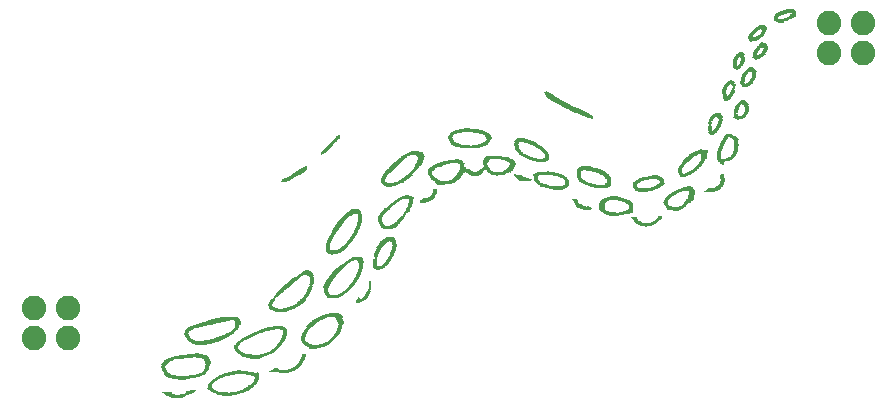
<source format=gbs>
G04 EAGLE Gerber X2 export*
G75*
%MOMM*%
%FSLAX34Y34*%
%LPD*%
%AMOC8*
5,1,8,0,0,1.08239X$1,22.5*%
G01*
%ADD10C,2.082800*%
%ADD11R,0.593853X0.042419*%
%ADD12R,0.933194X0.042419*%
%ADD13R,1.230122X0.042416*%
%ADD14R,1.357375X0.042419*%
%ADD15R,1.484631X0.042419*%
%ADD16R,1.654300X0.042419*%
%ADD17R,0.848363X0.042419*%
%ADD18R,0.805944X0.042416*%
%ADD19R,0.636272X0.042416*%
%ADD20R,1.357375X0.042416*%
%ADD21R,0.593850X0.042419*%
%ADD22R,0.551434X0.042419*%
%ADD23R,1.611881X0.042419*%
%ADD24R,0.509016X0.042419*%
%ADD25R,1.908809X0.042419*%
%ADD26R,2.078484X0.042419*%
%ADD27R,0.551434X0.042416*%
%ADD28R,1.102869X0.042416*%
%ADD29R,1.060450X0.042416*%
%ADD30R,0.763522X0.042419*%
%ADD31R,0.551431X0.042419*%
%ADD32R,0.763525X0.042419*%
%ADD33R,0.636272X0.042419*%
%ADD34R,0.424181X0.042419*%
%ADD35R,0.678687X0.042419*%
%ADD36R,0.636269X0.042419*%
%ADD37R,0.424178X0.042419*%
%ADD38R,0.466597X0.042419*%
%ADD39R,0.509016X0.042416*%
%ADD40R,0.593850X0.042416*%
%ADD41R,0.466600X0.042419*%
%ADD42R,0.424181X0.042416*%
%ADD43R,0.466597X0.042416*%
%ADD44R,0.381763X0.042419*%
%ADD45R,0.339344X0.042419*%
%ADD46R,0.339344X0.042416*%
%ADD47R,0.296925X0.042419*%
%ADD48R,0.296928X0.042416*%
%ADD49R,0.296928X0.042419*%
%ADD50R,0.254509X0.042419*%
%ADD51R,0.254509X0.042416*%
%ADD52R,0.296925X0.042416*%
%ADD53R,0.721103X0.042419*%
%ADD54R,1.314956X0.042419*%
%ADD55R,1.569469X0.042419*%
%ADD56R,2.036062X0.042419*%
%ADD57R,2.417825X0.042416*%
%ADD58R,2.587497X0.042419*%
%ADD59R,2.799588X0.042419*%
%ADD60R,0.890778X0.042419*%
%ADD61R,1.018034X0.042419*%
%ADD62R,0.763525X0.042416*%
%ADD63R,0.678687X0.042416*%
%ADD64R,0.805944X0.042419*%
%ADD65R,0.509019X0.042419*%
%ADD66R,1.060450X0.042419*%
%ADD67R,2.926844X0.042419*%
%ADD68R,0.381763X0.042416*%
%ADD69R,2.799588X0.042416*%
%ADD70R,2.248153X0.042419*%
%ADD71R,0.042419X0.042419*%
%ADD72R,1.823972X0.042419*%
%ADD73R,1.399794X0.042419*%
%ADD74R,0.084838X0.042419*%
%ADD75R,1.272541X0.042419*%
%ADD76R,0.933197X0.042416*%
%ADD77R,1.908813X0.042416*%
%ADD78R,0.254506X0.042419*%
%ADD79R,1.781556X0.042419*%
%ADD80R,0.381759X0.042416*%
%ADD81R,0.339347X0.042416*%
%ADD82R,0.339347X0.042419*%
%ADD83R,0.636269X0.042416*%
%ADD84R,0.424178X0.042416*%
%ADD85R,0.212091X0.042416*%
%ADD86R,1.187706X0.042419*%
%ADD87R,1.187703X0.042419*%
%ADD88R,1.018031X0.042419*%
%ADD89R,2.884425X0.042416*%
%ADD90R,1.611884X0.042416*%
%ADD91R,2.629916X0.042419*%
%ADD92R,1.823975X0.042419*%
%ADD93R,2.290572X0.042419*%
%ADD94R,2.078481X0.042419*%
%ADD95R,2.248156X0.042419*%
%ADD96R,0.212088X0.042419*%
%ADD97R,1.399794X0.042416*%
%ADD98R,0.933194X0.042416*%
%ADD99R,0.254506X0.042416*%
%ADD100R,0.721106X0.042419*%
%ADD101R,0.593853X0.042416*%
%ADD102R,0.805941X0.042419*%
%ADD103R,1.442213X0.042416*%
%ADD104R,1.611884X0.042419*%
%ADD105R,0.212091X0.042419*%
%ADD106R,2.078484X0.042416*%
%ADD107R,2.460244X0.042419*%
%ADD108R,0.381759X0.042419*%
%ADD109R,0.848359X0.042419*%
%ADD110R,0.805941X0.042416*%
%ADD111R,0.466600X0.042416*%
%ADD112R,0.890778X0.042416*%
%ADD113R,0.042416X0.042419*%
%ADD114R,1.654303X0.042419*%
%ADD115R,1.442213X0.042419*%
%ADD116R,1.145288X0.042416*%
%ADD117R,0.975612X0.042419*%
%ADD118R,0.933197X0.042419*%
%ADD119R,1.145284X0.042416*%
%ADD120R,1.357378X0.042419*%
%ADD121R,1.314959X0.042419*%
%ADD122R,1.314956X0.042416*%
%ADD123R,1.527050X0.042416*%
%ADD124R,2.163319X0.042416*%
%ADD125R,0.509019X0.042416*%
%ADD126R,1.951228X0.042419*%
%ADD127R,1.739138X0.042419*%
%ADD128R,0.721106X0.042416*%
%ADD129R,0.678691X0.042419*%
%ADD130R,1.696722X0.042419*%
%ADD131R,1.527047X0.042419*%
%ADD132R,1.272541X0.042416*%
%ADD133R,1.187706X0.042416*%
%ADD134R,1.527050X0.042419*%
%ADD135R,0.084834X0.042419*%
%ADD136R,0.042416X0.042416*%
%ADD137R,1.187703X0.042416*%
%ADD138R,0.212088X0.042416*%
%ADD139R,0.169672X0.042416*%
%ADD140R,0.169672X0.042419*%
%ADD141R,0.084838X0.042416*%
%ADD142R,1.145288X0.042419*%
%ADD143R,1.102869X0.042419*%
%ADD144R,0.975612X0.042416*%
%ADD145R,1.145284X0.042419*%
%ADD146R,0.678691X0.042416*%
%ADD147R,1.102866X0.042416*%
%ADD148R,0.042419X0.042416*%
%ADD149R,1.230122X0.042419*%
%ADD150R,2.120900X0.042419*%
%ADD151R,1.018034X0.042416*%
%ADD152R,0.975616X0.042419*%
%ADD153R,0.848359X0.042416*%
%ADD154R,0.127256X0.042416*%
%ADD155R,0.848363X0.042416*%
%ADD156R,0.084834X0.042416*%
%ADD157R,1.442209X0.042416*%
%ADD158R,1.230125X0.042419*%
%ADD159R,1.442209X0.042419*%
%ADD160R,1.739141X0.042419*%
%ADD161R,1.866391X0.042419*%
%ADD162R,1.993647X0.042419*%
%ADD163R,1.569466X0.042416*%
%ADD164R,0.975616X0.042416*%
%ADD165R,1.823972X0.042416*%
%ADD166R,1.102866X0.042419*%
%ADD167R,0.127253X0.042416*%
%ADD168R,1.696722X0.042416*%
%ADD169R,2.205734X0.042419*%
%ADD170R,0.127253X0.042419*%
%ADD171R,1.272538X0.042419*%
%ADD172R,2.036066X0.042419*%
%ADD173R,1.823975X0.042416*%
%ADD174R,1.866391X0.042416*%
%ADD175R,1.484628X0.042419*%
%ADD176R,1.569466X0.042419*%
%ADD177R,0.890775X0.042419*%
%ADD178R,1.314959X0.042416*%
%ADD179R,2.332991X0.042416*%
%ADD180R,0.551431X0.042416*%
%ADD181R,2.502663X0.042416*%
%ADD182R,2.332988X0.042419*%
%ADD183R,1.018031X0.042416*%


D10*
X696722Y330200D03*
X725678Y330200D03*
X696722Y304800D03*
X725678Y304800D03*
X23622Y88900D03*
X52578Y88900D03*
X23622Y63500D03*
X52578Y63500D03*
D11*
X144179Y12700D03*
D12*
X144603Y13124D03*
D13*
X144391Y13548D03*
D14*
X144603Y13973D03*
D15*
X144391Y14397D03*
D16*
X144391Y14821D03*
D17*
X187021Y14821D03*
D18*
X139301Y15245D03*
D19*
X151178Y15245D03*
D20*
X187021Y15245D03*
D21*
X137817Y15669D03*
D22*
X152875Y15669D03*
D23*
X187021Y15669D03*
D22*
X137180Y16093D03*
D24*
X153935Y16093D03*
D25*
X187658Y16093D03*
D11*
X136968Y16518D03*
D24*
X154784Y16518D03*
D26*
X188082Y16518D03*
D19*
X136756Y16942D03*
D27*
X155420Y16942D03*
D28*
X182356Y16942D03*
D29*
X194869Y16942D03*
D30*
X136544Y17366D03*
D11*
X155632Y17366D03*
D31*
X178326Y17366D03*
D32*
X197626Y17366D03*
D33*
X156268Y17790D03*
D34*
X176841Y17790D03*
D35*
X198899Y17790D03*
D21*
X156905Y18214D03*
D34*
X176417Y18214D03*
D36*
X199959Y18214D03*
D37*
X158177Y18639D03*
D38*
X175781Y18639D03*
D35*
X201444Y18639D03*
D39*
X175144Y19063D03*
D40*
X202716Y19063D03*
D22*
X173660Y19487D03*
D24*
X203564Y19487D03*
X173448Y19911D03*
D37*
X203989Y19911D03*
D41*
X173236Y20335D03*
X204625Y20335D03*
D42*
X173024Y20759D03*
D43*
X205473Y20759D03*
D44*
X172811Y21184D03*
D41*
X206322Y21184D03*
D44*
X172811Y21608D03*
D34*
X206958Y21608D03*
D45*
X172599Y22032D03*
D37*
X207382Y22032D03*
D46*
X172599Y22456D03*
D42*
X207806Y22456D03*
D45*
X172599Y22880D03*
X208655Y22880D03*
X172599Y23305D03*
X209503Y23305D03*
D47*
X173236Y23729D03*
D44*
X210139Y23729D03*
D48*
X173660Y24153D03*
D46*
X210351Y24153D03*
D49*
X174084Y24577D03*
X210988Y24577D03*
D47*
X174508Y25001D03*
D50*
X211200Y25001D03*
D47*
X174932Y25425D03*
X211412Y25425D03*
D51*
X175144Y25850D03*
D52*
X211836Y25850D03*
D49*
X175781Y26274D03*
D47*
X211836Y26274D03*
D45*
X176417Y26698D03*
D47*
X212260Y26698D03*
D45*
X176841Y27122D03*
D47*
X212260Y27122D03*
D46*
X177265Y27546D03*
D52*
X212260Y27546D03*
D53*
X149057Y27970D03*
D44*
X177902Y27970D03*
D49*
X212684Y27970D03*
D54*
X148209Y28395D03*
D44*
X178750Y28395D03*
D49*
X212684Y28395D03*
D55*
X148209Y28819D03*
D44*
X179598Y28819D03*
D49*
X212684Y28819D03*
D56*
X148421Y29243D03*
D38*
X180447Y29243D03*
D49*
X212684Y29243D03*
D57*
X149482Y29667D03*
D39*
X181083Y29667D03*
D48*
X212684Y29667D03*
D58*
X149482Y30091D03*
D44*
X181295Y30091D03*
D49*
X212684Y30091D03*
D59*
X150118Y30516D03*
D24*
X182780Y30516D03*
D44*
X212260Y30516D03*
D60*
X140150Y30940D03*
D61*
X159874Y30940D03*
D33*
X184264Y30940D03*
D34*
X212048Y30940D03*
D62*
X139089Y31364D03*
X161995Y31364D03*
X185749Y31364D03*
D63*
X210776Y31364D03*
D31*
X137605Y31788D03*
D33*
X164752Y31788D03*
D60*
X187234Y31788D03*
D64*
X210139Y31788D03*
D24*
X136544Y32212D03*
D65*
X165812Y32212D03*
D66*
X189354Y32212D03*
X208867Y32212D03*
D34*
X136120Y32636D03*
D38*
X166449Y32636D03*
D67*
X199535Y32636D03*
D68*
X135908Y33061D03*
D46*
X167509Y33061D03*
D69*
X200171Y33061D03*
D44*
X135484Y33485D03*
X167721Y33485D03*
D70*
X199111Y33485D03*
D71*
X213957Y33485D03*
D45*
X234954Y33485D03*
D44*
X135484Y33909D03*
D45*
X167933Y33909D03*
D72*
X198686Y33909D03*
D60*
X235590Y33909D03*
D45*
X134847Y34333D03*
X168358Y34333D03*
D73*
X198686Y34333D03*
D74*
X223925Y34333D03*
D75*
X235378Y34333D03*
D52*
X134635Y34757D03*
X168994Y34757D03*
D76*
X198050Y34757D03*
D77*
X233045Y34757D03*
D78*
X134423Y35182D03*
D47*
X169418Y35182D03*
D44*
X197414Y35182D03*
D79*
X234105Y35182D03*
D47*
X134211Y35606D03*
D45*
X169630Y35606D03*
D60*
X229652Y35606D03*
D35*
X241317Y35606D03*
D47*
X134211Y36030D03*
X169842Y36030D03*
D41*
X229227Y36030D03*
D11*
X242589Y36030D03*
D52*
X133787Y36454D03*
D51*
X170054Y36454D03*
D46*
X229015Y36454D03*
D27*
X243225Y36454D03*
D47*
X133787Y36878D03*
D50*
X170478Y36878D03*
X229015Y36878D03*
D38*
X244074Y36878D03*
D50*
X133575Y37302D03*
X170478Y37302D03*
D37*
X244710Y37302D03*
D49*
X133363Y37727D03*
D50*
X170478Y37727D03*
D34*
X245558Y37727D03*
D48*
X133363Y38151D03*
D51*
X170478Y38151D03*
D80*
X246195Y38151D03*
D49*
X133363Y38575D03*
D47*
X170691Y38575D03*
D44*
X246619Y38575D03*
D49*
X133363Y38999D03*
D47*
X170691Y38999D03*
D44*
X247043Y38999D03*
D45*
X133575Y39423D03*
D47*
X170691Y39423D03*
D44*
X247467Y39423D03*
D45*
X133575Y39848D03*
X170903Y39848D03*
D44*
X247891Y39848D03*
D68*
X133787Y40272D03*
D46*
X170903Y40272D03*
D68*
X248315Y40272D03*
D34*
X133999Y40696D03*
D44*
X171115Y40696D03*
X248740Y40696D03*
D34*
X134423Y41120D03*
D44*
X171115Y41120D03*
X249164Y41120D03*
D38*
X135059Y41544D03*
D34*
X170903Y41544D03*
D45*
X249376Y41544D03*
D39*
X135272Y41968D03*
D42*
X170903Y41968D03*
D81*
X249800Y41968D03*
D24*
X135696Y42393D03*
D34*
X170903Y42393D03*
D82*
X249800Y42393D03*
D22*
X136332Y42817D03*
D34*
X170903Y42817D03*
D45*
X250224Y42817D03*
D22*
X136756Y43241D03*
D34*
X170903Y43241D03*
D45*
X250224Y43241D03*
D83*
X137180Y43665D03*
D84*
X170478Y43665D03*
D46*
X250648Y43665D03*
D35*
X137817Y44089D03*
D37*
X170478Y44089D03*
D45*
X250648Y44089D03*
D35*
X138665Y44514D03*
D38*
X170266Y44514D03*
D45*
X251073Y44514D03*
D36*
X139301Y44938D03*
D37*
X170054Y44938D03*
D47*
X251285Y44938D03*
D19*
X140574Y45362D03*
D39*
X169630Y45362D03*
D85*
X211412Y45362D03*
D52*
X251285Y45362D03*
D86*
X144603Y45786D03*
D22*
X168994Y45786D03*
D30*
X210776Y45786D03*
D50*
X251497Y45786D03*
D87*
X145452Y46210D03*
D35*
X168358Y46210D03*
D66*
X210139Y46210D03*
D49*
X251709Y46210D03*
D88*
X145876Y46634D03*
D21*
X155208Y46634D03*
D66*
X166025Y46634D03*
D73*
X210139Y46634D03*
D50*
X251921Y46634D03*
D89*
X156481Y47059D03*
D90*
X209927Y47059D03*
D85*
X252133Y47059D03*
D91*
X157329Y47483D03*
D92*
X209715Y47483D03*
D78*
X252345Y47483D03*
D93*
X158177Y47907D03*
D94*
X210139Y47907D03*
D78*
X252345Y47907D03*
D25*
X159238Y48331D03*
D95*
X210139Y48331D03*
D96*
X252557Y48331D03*
D97*
X160086Y48755D03*
D98*
X203140Y48755D03*
D83*
X219047Y48755D03*
D99*
X252769Y48755D03*
D60*
X160934Y49179D03*
D100*
X201656Y49179D03*
D22*
X220320Y49179D03*
D45*
X161571Y49604D03*
D22*
X200383Y49604D03*
D24*
X220956Y49604D03*
D41*
X199535Y50028D03*
D34*
X222653Y50028D03*
D38*
X198686Y50452D03*
X223713Y50452D03*
D42*
X198050Y50876D03*
X224349Y50876D03*
D44*
X197414Y51300D03*
D45*
X225198Y51300D03*
D44*
X196990Y51725D03*
X226258Y51725D03*
D82*
X196778Y52149D03*
D44*
X226682Y52149D03*
D52*
X196141Y52573D03*
D68*
X227106Y52573D03*
D47*
X195717Y52997D03*
X227531Y52997D03*
D45*
X195505Y53421D03*
X228167Y53421D03*
D49*
X195293Y53845D03*
D44*
X228803Y53845D03*
D51*
X195081Y54270D03*
D46*
X229015Y54270D03*
D101*
X259980Y54270D03*
D50*
X195081Y54694D03*
D47*
X229652Y54694D03*
D102*
X260617Y54694D03*
D50*
X195081Y55118D03*
D47*
X230076Y55118D03*
D66*
X261465Y55118D03*
D50*
X195081Y55542D03*
X230288Y55542D03*
D75*
X262101Y55542D03*
D48*
X195293Y55966D03*
D51*
X230712Y55966D03*
D103*
X262526Y55966D03*
D49*
X195293Y56391D03*
D78*
X231136Y56391D03*
D104*
X262526Y56391D03*
D47*
X195717Y56815D03*
D78*
X231560Y56815D03*
D33*
X256799Y56815D03*
D36*
X268252Y56815D03*
D44*
X163904Y57239D03*
D45*
X196353Y57239D03*
D47*
X231772Y57239D03*
D21*
X255739Y57239D03*
D35*
X268888Y57239D03*
D29*
X165600Y57663D03*
D68*
X196566Y57663D03*
D48*
X232197Y57663D03*
D27*
X255102Y57663D03*
D40*
X270161Y57663D03*
D75*
X165388Y58087D03*
D82*
X196778Y58087D03*
D50*
X232409Y58087D03*
D24*
X254466Y58087D03*
D22*
X271221Y58087D03*
D104*
X166237Y58511D03*
D49*
X196990Y58511D03*
D105*
X232621Y58511D03*
D38*
X253830Y58511D03*
D41*
X272070Y58511D03*
D79*
X166661Y58936D03*
D47*
X197414Y58936D03*
X233045Y58936D03*
D37*
X253194Y58936D03*
X273130Y58936D03*
D106*
X166873Y59360D03*
D52*
X197838Y59360D03*
D99*
X233257Y59360D03*
D46*
X252769Y59360D03*
D68*
X273766Y59360D03*
D93*
X167085Y59784D03*
D47*
X198262Y59784D03*
D50*
X233681Y59784D03*
D45*
X252345Y59784D03*
D44*
X274190Y59784D03*
D107*
X167509Y60208D03*
D44*
X199111Y60208D03*
D50*
X233681Y60208D03*
D47*
X252133Y60208D03*
D108*
X274615Y60208D03*
D24*
X157329Y60632D03*
D14*
X174296Y60632D03*
D45*
X199747Y60632D03*
D49*
X233893Y60632D03*
X251709Y60632D03*
D45*
X275251Y60632D03*
D38*
X156693Y61057D03*
D86*
X176417Y61057D03*
D45*
X200171Y61057D03*
D78*
X234530Y61057D03*
D49*
X251709Y61057D03*
D45*
X275675Y61057D03*
D43*
X156268Y61481D03*
D29*
X177902Y61481D03*
D46*
X201019Y61481D03*
D99*
X234530Y61481D03*
D48*
X251709Y61481D03*
D52*
X275887Y61481D03*
D44*
X155844Y61905D03*
D60*
X179598Y61905D03*
D38*
X202080Y61905D03*
D78*
X234954Y61905D03*
D49*
X251709Y61905D03*
D50*
X276523Y61905D03*
D45*
X155208Y62329D03*
D109*
X180659Y62329D03*
D41*
X202928Y62329D03*
D78*
X234954Y62329D03*
D49*
X251709Y62329D03*
D78*
X276948Y62329D03*
D45*
X154784Y62753D03*
D64*
X181719Y62753D03*
D38*
X203352Y62753D03*
D50*
X235378Y62753D03*
D45*
X251497Y62753D03*
D78*
X277372Y62753D03*
D81*
X154360Y63177D03*
D110*
X182568Y63177D03*
D39*
X204413Y63177D03*
D51*
X235378Y63177D03*
D46*
X251497Y63177D03*
D51*
X277796Y63177D03*
D82*
X154360Y63602D03*
D64*
X183416Y63602D03*
D41*
X205049Y63602D03*
D49*
X235590Y63602D03*
X251709Y63602D03*
D105*
X278432Y63602D03*
D45*
X153935Y64026D03*
D30*
X184476Y64026D03*
D37*
X205685Y64026D03*
D50*
X235802Y64026D03*
D45*
X251921Y64026D03*
D78*
X278644Y64026D03*
D44*
X153723Y64450D03*
D35*
X185749Y64450D03*
D41*
X206746Y64450D03*
D50*
X235802Y64450D03*
D47*
X252133Y64450D03*
D78*
X279069Y64450D03*
D46*
X153511Y64874D03*
D101*
X186597Y64874D03*
D43*
X207594Y64874D03*
D51*
X235802Y64874D03*
D52*
X252133Y64874D03*
D51*
X279493Y64874D03*
D47*
X153299Y65298D03*
D22*
X187234Y65298D03*
D65*
X208230Y65298D03*
D47*
X236014Y65298D03*
D45*
X252345Y65298D03*
D105*
X279705Y65298D03*
D45*
X153087Y65723D03*
D24*
X187870Y65723D03*
D38*
X209291Y65723D03*
D47*
X236014Y65723D03*
D45*
X252345Y65723D03*
D50*
X279917Y65723D03*
D49*
X152875Y66147D03*
D24*
X188718Y66147D03*
D34*
X210351Y66147D03*
D47*
X236014Y66147D03*
D45*
X252769Y66147D03*
D50*
X280341Y66147D03*
D48*
X152875Y66571D03*
D43*
X189354Y66571D03*
D84*
X211200Y66571D03*
D52*
X236438Y66571D03*
D46*
X252769Y66571D03*
D52*
X280553Y66571D03*
D49*
X152875Y66995D03*
D34*
X190415Y66995D03*
D38*
X212260Y66995D03*
D47*
X236438Y66995D03*
D45*
X253194Y66995D03*
D47*
X280977Y66995D03*
D45*
X153087Y67419D03*
D44*
X191051Y67419D03*
D24*
X212896Y67419D03*
D47*
X236438Y67419D03*
D108*
X253406Y67419D03*
D47*
X280977Y67419D03*
D45*
X153087Y67843D03*
D108*
X191475Y67843D03*
D11*
X214169Y67843D03*
D47*
X236438Y67843D03*
D45*
X253618Y67843D03*
D49*
X281402Y67843D03*
D46*
X153511Y68268D03*
X192112Y68268D03*
D27*
X215229Y68268D03*
D46*
X236226Y68268D03*
D68*
X253830Y68268D03*
D81*
X281614Y68268D03*
D45*
X153511Y68692D03*
X192536Y68692D03*
D11*
X216290Y68692D03*
D45*
X236226Y68692D03*
X254042Y68692D03*
D49*
X281826Y68692D03*
D45*
X153935Y69116D03*
D49*
X193172Y69116D03*
D100*
X217775Y69116D03*
D45*
X236226Y69116D03*
X254466Y69116D03*
X282038Y69116D03*
D37*
X154360Y69540D03*
D47*
X193596Y69540D03*
D32*
X219259Y69540D03*
D44*
X236014Y69540D03*
D45*
X254466Y69540D03*
D47*
X282250Y69540D03*
D111*
X154996Y69964D03*
D99*
X194233Y69964D03*
D112*
X220744Y69964D03*
D84*
X235378Y69964D03*
D46*
X254890Y69964D03*
D52*
X282250Y69964D03*
D24*
X155632Y70388D03*
D50*
X194657Y70388D03*
D88*
X222653Y70388D03*
D24*
X234530Y70388D03*
D45*
X255314Y70388D03*
X282462Y70388D03*
D24*
X156056Y70813D03*
D49*
X194869Y70813D03*
D92*
X227955Y70813D03*
D45*
X255739Y70813D03*
X282462Y70813D03*
D24*
X156481Y71237D03*
D113*
X159662Y71237D03*
D49*
X195293Y71237D03*
D114*
X228379Y71237D03*
D44*
X255951Y71237D03*
X282674Y71237D03*
D36*
X157541Y71661D03*
D47*
X195717Y71661D03*
D115*
X229015Y71661D03*
D44*
X256375Y71661D03*
D45*
X282886Y71661D03*
D62*
X159026Y72085D03*
D52*
X195717Y72085D03*
D116*
X229652Y72085D03*
D80*
X256799Y72085D03*
D46*
X282886Y72085D03*
D117*
X160934Y72509D03*
D45*
X195929Y72509D03*
D109*
X230288Y72509D03*
D37*
X257011Y72509D03*
D45*
X282886Y72509D03*
D118*
X161571Y72934D03*
D45*
X195929Y72934D03*
D41*
X231348Y72934D03*
D34*
X257435Y72934D03*
D44*
X283098Y72934D03*
D66*
X163479Y73358D03*
D45*
X195929Y73358D03*
D34*
X257860Y73358D03*
D44*
X283098Y73358D03*
D119*
X164752Y73782D03*
D68*
X196141Y73782D03*
D111*
X258072Y73782D03*
D68*
X283098Y73782D03*
D87*
X166661Y74206D03*
D34*
X196353Y74206D03*
D38*
X258496Y74206D03*
D108*
X283522Y74206D03*
D120*
X168782Y74630D03*
D34*
X196353Y74630D03*
D38*
X258920Y74630D03*
D108*
X283522Y74630D03*
D121*
X170266Y75054D03*
D34*
X196353Y75054D03*
D65*
X259556Y75054D03*
D37*
X283735Y75054D03*
D122*
X171539Y75479D03*
D42*
X196353Y75479D03*
D39*
X259980Y75479D03*
D84*
X283735Y75479D03*
D14*
X173024Y75903D03*
D34*
X196353Y75903D03*
D24*
X260405Y75903D03*
D37*
X283735Y75903D03*
D115*
X174296Y76327D03*
D34*
X196353Y76327D03*
D22*
X261041Y76327D03*
D38*
X283522Y76327D03*
D73*
X176629Y76751D03*
D34*
X196353Y76751D03*
D22*
X261465Y76751D03*
D38*
X283522Y76751D03*
D123*
X178538Y77175D03*
D42*
X196353Y77175D03*
D27*
X262313Y77175D03*
D84*
X283310Y77175D03*
D104*
X179810Y77600D03*
D34*
X195929Y77600D03*
D21*
X262950Y77600D03*
D38*
X283098Y77600D03*
D114*
X181295Y78024D03*
D24*
X195505Y78024D03*
D22*
X263586Y78024D03*
D34*
X282886Y78024D03*
D114*
X182568Y78448D03*
D11*
X194657Y78448D03*
X264222Y78448D03*
D41*
X282674Y78448D03*
D124*
X186809Y78872D03*
D40*
X265071Y78872D03*
D125*
X282462Y78872D03*
D126*
X187446Y79296D03*
D36*
X266131Y79296D03*
D65*
X282462Y79296D03*
D127*
X188506Y79720D03*
D36*
X266979Y79720D03*
D22*
X282250Y79720D03*
D15*
X188930Y80145D03*
D100*
X267828Y80145D03*
D11*
X282038Y80145D03*
D13*
X188930Y80569D03*
D128*
X268676Y80569D03*
D19*
X281826Y80569D03*
D129*
X269312Y80993D03*
X281614Y80993D03*
D79*
X276099Y81417D03*
D130*
X276523Y81841D03*
D131*
X276523Y82266D03*
D132*
X276948Y82690D03*
D88*
X277372Y83114D03*
D64*
X277584Y83538D03*
D22*
X277584Y83962D03*
D38*
X233469Y85235D03*
D66*
X232621Y85659D03*
D133*
X232833Y86083D03*
D73*
X233045Y86507D03*
D134*
X233257Y86932D03*
D79*
X233257Y87356D03*
D101*
X226894Y87780D03*
D112*
X238984Y87780D03*
D41*
X225834Y88204D03*
D30*
X240892Y88204D03*
D37*
X225198Y88628D03*
D35*
X241741Y88628D03*
D47*
X224561Y89052D03*
D35*
X242589Y89052D03*
D99*
X224349Y89477D03*
D83*
X243650Y89477D03*
D96*
X224137Y89901D03*
D24*
X245134Y89901D03*
D78*
X223925Y90325D03*
D38*
X245770Y90325D03*
D78*
X223925Y90749D03*
D38*
X246619Y90749D03*
D52*
X224137Y91173D03*
D42*
X247255Y91173D03*
D47*
X224137Y91597D03*
D34*
X247679Y91597D03*
D47*
X224561Y92022D03*
D44*
X248315Y92022D03*
D47*
X224561Y92446D03*
D34*
X248952Y92446D03*
D47*
X224561Y92870D03*
D34*
X249376Y92870D03*
D105*
X297096Y92870D03*
D48*
X224986Y93294D03*
D84*
X249800Y93294D03*
D68*
X297945Y93294D03*
D50*
X225198Y93718D03*
D34*
X250224Y93718D03*
D37*
X299005Y93718D03*
D78*
X225622Y94143D03*
D34*
X250648Y94143D03*
D24*
X299429Y94143D03*
D47*
X225834Y94567D03*
D37*
X251497Y94567D03*
D11*
X299853Y94567D03*
D52*
X226258Y94991D03*
D80*
X251709Y94991D03*
D83*
X300065Y94991D03*
D50*
X226470Y95415D03*
D37*
X251921Y95415D03*
D33*
X300914Y95415D03*
D105*
X226682Y95839D03*
D44*
X252133Y95839D03*
D11*
X301550Y95839D03*
D105*
X227106Y96263D03*
D45*
X252345Y96263D03*
D135*
X299429Y96263D03*
D44*
X303459Y96263D03*
D85*
X227531Y96688D03*
D46*
X252769Y96688D03*
D136*
X299217Y96688D03*
D46*
X304095Y96688D03*
D105*
X227955Y97112D03*
D45*
X253194Y97112D03*
D35*
X277372Y97112D03*
D113*
X299217Y97112D03*
D45*
X304519Y97112D03*
D105*
X228379Y97536D03*
D49*
X253406Y97536D03*
D12*
X277372Y97536D03*
D45*
X304944Y97536D03*
D105*
X228803Y97960D03*
D47*
X253830Y97960D03*
D66*
X277584Y97960D03*
D47*
X305156Y97960D03*
D51*
X229015Y98384D03*
D52*
X254254Y98384D03*
D137*
X277796Y98384D03*
D99*
X305368Y98384D03*
D47*
X229652Y98809D03*
X254254Y98809D03*
D75*
X278220Y98809D03*
D78*
X305792Y98809D03*
D45*
X229864Y99233D03*
D47*
X254678Y99233D03*
D41*
X273766Y99233D03*
D34*
X282886Y99233D03*
D105*
X306004Y99233D03*
D45*
X230288Y99657D03*
D49*
X255102Y99657D03*
D108*
X272918Y99657D03*
D37*
X283735Y99657D03*
D50*
X306216Y99657D03*
D46*
X230712Y100081D03*
D51*
X255314Y100081D03*
D46*
X272282Y100081D03*
D68*
X284371Y100081D03*
D85*
X306428Y100081D03*
D44*
X230924Y100505D03*
D47*
X255527Y100505D03*
X272070Y100505D03*
D45*
X285007Y100505D03*
D50*
X306640Y100505D03*
D44*
X231348Y100929D03*
D78*
X255739Y100929D03*
D45*
X271857Y100929D03*
D47*
X285643Y100929D03*
D78*
X307064Y100929D03*
D37*
X231985Y101354D03*
D47*
X255951Y101354D03*
X271645Y101354D03*
X286492Y101354D03*
D78*
X307064Y101354D03*
D84*
X232409Y101778D03*
D52*
X255951Y101778D03*
D46*
X271433Y101778D03*
D48*
X286916Y101778D03*
D138*
X307277Y101778D03*
D34*
X232833Y102202D03*
D47*
X256375Y102202D03*
D49*
X271221Y102202D03*
D45*
X287552Y102202D03*
D78*
X307489Y102202D03*
D44*
X233045Y102626D03*
D50*
X256587Y102626D03*
X271009Y102626D03*
D45*
X287976Y102626D03*
D105*
X307701Y102626D03*
D45*
X233257Y103050D03*
D50*
X256587Y103050D03*
D49*
X270797Y103050D03*
X288613Y103050D03*
D105*
X307701Y103050D03*
D108*
X233893Y103475D03*
D50*
X257011Y103475D03*
D82*
X271009Y103475D03*
D47*
X289037Y103475D03*
D105*
X307701Y103475D03*
D42*
X234530Y103899D03*
D51*
X257011Y103899D03*
D81*
X271009Y103899D03*
D52*
X289461Y103899D03*
D85*
X307701Y103899D03*
D34*
X234954Y104323D03*
D78*
X257435Y104323D03*
D44*
X271221Y104323D03*
D47*
X289885Y104323D03*
D105*
X308125Y104323D03*
D37*
X235378Y104747D03*
D78*
X257435Y104747D03*
D44*
X271221Y104747D03*
D50*
X290521Y104747D03*
D105*
X308125Y104747D03*
D37*
X235802Y105171D03*
D78*
X257435Y105171D03*
D44*
X271221Y105171D03*
D50*
X290946Y105171D03*
D105*
X308125Y105171D03*
D111*
X236438Y105595D03*
D99*
X257860Y105595D03*
D68*
X271221Y105595D03*
D99*
X291370Y105595D03*
D85*
X308125Y105595D03*
D41*
X236863Y106020D03*
D78*
X257860Y106020D03*
D34*
X271433Y106020D03*
D50*
X291794Y106020D03*
D105*
X308125Y106020D03*
D38*
X237287Y106444D03*
D105*
X258072Y106444D03*
D34*
X271433Y106444D03*
D50*
X292218Y106444D03*
D105*
X308125Y106444D03*
D24*
X237923Y106868D03*
D50*
X258284Y106868D03*
D34*
X271433Y106868D03*
D50*
X292642Y106868D03*
D105*
X308125Y106868D03*
D125*
X238347Y107292D03*
D85*
X258496Y107292D03*
D111*
X271645Y107292D03*
D51*
X292642Y107292D03*
D85*
X308125Y107292D03*
D24*
X238771Y107716D03*
D105*
X258496Y107716D03*
D34*
X271857Y107716D03*
D78*
X293066Y107716D03*
D105*
X308125Y107716D03*
D24*
X239196Y108141D03*
D50*
X258708Y108141D03*
D41*
X272070Y108141D03*
D78*
X293491Y108141D03*
D105*
X308125Y108141D03*
D24*
X239620Y108565D03*
D50*
X258708Y108565D03*
D41*
X272070Y108565D03*
D50*
X293915Y108565D03*
D105*
X308125Y108565D03*
D111*
X240256Y108989D03*
D85*
X258920Y108989D03*
D43*
X272494Y108989D03*
D85*
X294127Y108989D03*
D139*
X308337Y108989D03*
D38*
X240680Y109413D03*
D50*
X259132Y109413D03*
D38*
X272494Y109413D03*
D50*
X294339Y109413D03*
D140*
X308337Y109413D03*
D38*
X241104Y109837D03*
D50*
X259132Y109837D03*
D38*
X272918Y109837D03*
D78*
X294763Y109837D03*
D140*
X308337Y109837D03*
D24*
X241741Y110261D03*
D50*
X259132Y110261D03*
D37*
X273130Y110261D03*
D78*
X295187Y110261D03*
D140*
X308337Y110261D03*
D39*
X242165Y110686D03*
D51*
X259132Y110686D03*
D43*
X273342Y110686D03*
D51*
X295612Y110686D03*
D141*
X308761Y110686D03*
D24*
X242589Y111110D03*
D50*
X259132Y111110D03*
D34*
X273554Y111110D03*
D50*
X295612Y111110D03*
D71*
X308973Y111110D03*
D38*
X243225Y111534D03*
D50*
X259132Y111534D03*
D34*
X273978Y111534D03*
D50*
X296036Y111534D03*
D41*
X243650Y111958D03*
D50*
X259132Y111958D03*
D38*
X274190Y111958D03*
D50*
X296036Y111958D03*
D43*
X244074Y112382D03*
D51*
X259132Y112382D03*
D43*
X274615Y112382D03*
D99*
X296460Y112382D03*
D37*
X244710Y112806D03*
D50*
X259132Y112806D03*
D24*
X274827Y112806D03*
D96*
X296672Y112806D03*
D34*
X245134Y113231D03*
D50*
X259132Y113231D03*
D38*
X275039Y113231D03*
D78*
X296884Y113231D03*
D37*
X245982Y113655D03*
D50*
X259132Y113655D03*
D24*
X275251Y113655D03*
D50*
X297308Y113655D03*
D37*
X246407Y114079D03*
D49*
X258920Y114079D03*
D38*
X275887Y114079D03*
D49*
X297520Y114079D03*
D68*
X247043Y114503D03*
D48*
X258920Y114503D03*
D43*
X275887Y114503D03*
D51*
X297732Y114503D03*
D44*
X247891Y114927D03*
D82*
X258708Y114927D03*
D38*
X276311Y114927D03*
D47*
X297945Y114927D03*
D44*
X248315Y115352D03*
X258496Y115352D03*
D38*
X276736Y115352D03*
D78*
X298157Y115352D03*
D44*
X249164Y115776D03*
D34*
X258284Y115776D03*
D41*
X277160Y115776D03*
D78*
X298157Y115776D03*
D68*
X250012Y116200D03*
D42*
X257860Y116200D03*
D111*
X277160Y116200D03*
D99*
X298581Y116200D03*
D34*
X251073Y116624D03*
D41*
X257647Y116624D03*
D38*
X277584Y116624D03*
D78*
X298581Y116624D03*
D88*
X254890Y117048D03*
D38*
X278008Y117048D03*
D47*
X298793Y117048D03*
D118*
X254890Y117472D03*
D38*
X278432Y117472D03*
D47*
X298793Y117472D03*
D112*
X255102Y117897D03*
D111*
X278856Y117897D03*
D48*
X299217Y117897D03*
D102*
X255102Y118321D03*
D65*
X279069Y118321D03*
D49*
X299217Y118321D03*
D35*
X255314Y118745D03*
D24*
X279493Y118745D03*
D49*
X299217Y118745D03*
D11*
X255314Y119169D03*
D24*
X279917Y119169D03*
D47*
X299641Y119169D03*
D39*
X255314Y119593D03*
X280341Y119593D03*
D52*
X299641Y119593D03*
D44*
X254678Y120018D03*
D65*
X280765Y120018D03*
D45*
X299853Y120018D03*
D24*
X281189Y120442D03*
D47*
X300065Y120442D03*
D24*
X281614Y120866D03*
D45*
X300278Y120866D03*
D39*
X282038Y121290D03*
D46*
X300278Y121290D03*
D68*
X314912Y121290D03*
D65*
X282462Y121714D03*
D47*
X300490Y121714D03*
D11*
X315124Y121714D03*
D38*
X283098Y122138D03*
D47*
X300490Y122138D03*
D100*
X315760Y122138D03*
D38*
X283522Y122563D03*
D45*
X300702Y122563D03*
D17*
X315972Y122563D03*
D43*
X283947Y122987D03*
D46*
X300702Y122987D03*
D98*
X315972Y122987D03*
D41*
X284371Y123411D03*
D45*
X300702Y123411D03*
D38*
X313215Y123411D03*
D37*
X318517Y123411D03*
D38*
X284795Y123835D03*
D49*
X300914Y123835D03*
D44*
X313215Y123835D03*
D45*
X319366Y123835D03*
D38*
X285219Y124259D03*
D49*
X300914Y124259D03*
D45*
X313003Y124259D03*
X320214Y124259D03*
D34*
X285855Y124684D03*
D49*
X300914Y124684D03*
D45*
X313003Y124684D03*
D47*
X320850Y124684D03*
D68*
X286492Y125108D03*
D81*
X301126Y125108D03*
D46*
X313003Y125108D03*
D52*
X321274Y125108D03*
D44*
X287340Y125532D03*
X300914Y125532D03*
D47*
X312791Y125532D03*
X321699Y125532D03*
D44*
X287764Y125956D03*
X300914Y125956D03*
D47*
X312791Y125956D03*
D49*
X322123Y125956D03*
D45*
X288401Y126380D03*
D44*
X300914Y126380D03*
D50*
X313003Y126380D03*
D49*
X322547Y126380D03*
D68*
X289037Y126804D03*
X300914Y126804D03*
D51*
X313003Y126804D03*
X322759Y126804D03*
D44*
X289461Y127229D03*
D34*
X300702Y127229D03*
D50*
X313003Y127229D03*
D78*
X323183Y127229D03*
D45*
X290097Y127653D03*
D34*
X300702Y127653D03*
D50*
X313003Y127653D03*
X323607Y127653D03*
D44*
X290733Y128077D03*
D41*
X300490Y128077D03*
D50*
X313003Y128077D03*
X324032Y128077D03*
D68*
X291582Y128501D03*
D125*
X300278Y128501D03*
D51*
X313003Y128501D03*
X324032Y128501D03*
D38*
X292430Y128925D03*
D24*
X299853Y128925D03*
D50*
X313003Y128925D03*
X324456Y128925D03*
D142*
X296672Y129350D03*
D50*
X313003Y129350D03*
D78*
X324880Y129350D03*
D143*
X296884Y129774D03*
D50*
X313003Y129774D03*
D78*
X324880Y129774D03*
D144*
X297096Y130198D03*
D85*
X313215Y130198D03*
D99*
X325304Y130198D03*
D60*
X297096Y130622D03*
D105*
X313215Y130622D03*
D78*
X325304Y130622D03*
D30*
X297308Y131046D03*
D105*
X313215Y131046D03*
D50*
X325728Y131046D03*
D24*
X297308Y131470D03*
D105*
X313215Y131470D03*
D50*
X325728Y131470D03*
D85*
X313215Y131895D03*
D51*
X326153Y131895D03*
D50*
X313427Y132319D03*
D47*
X326365Y132319D03*
D50*
X313427Y132743D03*
D47*
X326789Y132743D03*
D105*
X313639Y133167D03*
D47*
X326789Y133167D03*
D51*
X313851Y133591D03*
D99*
X327001Y133591D03*
D105*
X276311Y134015D03*
D50*
X313851Y134015D03*
D78*
X327001Y134015D03*
D35*
X276948Y134440D03*
D50*
X313851Y134440D03*
X327425Y134440D03*
D109*
X276948Y134864D03*
D47*
X314063Y134864D03*
D50*
X327425Y134864D03*
D117*
X277160Y135288D03*
D78*
X314275Y135288D03*
D50*
X327425Y135288D03*
D116*
X277584Y135712D03*
D52*
X314488Y135712D03*
D51*
X327849Y135712D03*
D87*
X277796Y136136D03*
D47*
X314488Y136136D03*
D50*
X327849Y136136D03*
D121*
X278008Y136561D03*
D47*
X314912Y136561D03*
D78*
X328273Y136561D03*
D120*
X278220Y136985D03*
D47*
X314912Y136985D03*
D78*
X328273Y136985D03*
D39*
X273978Y137409D03*
D43*
X283522Y137409D03*
D46*
X315124Y137409D03*
D52*
X328486Y137409D03*
D108*
X272918Y137833D03*
D34*
X284159Y137833D03*
D45*
X315548Y137833D03*
D78*
X328698Y137833D03*
D45*
X272706Y138257D03*
D37*
X285007Y138257D03*
D44*
X315760Y138257D03*
D78*
X328698Y138257D03*
D47*
X272494Y138681D03*
D37*
X285431Y138681D03*
D44*
X316184Y138681D03*
D47*
X328910Y138681D03*
D52*
X272494Y139106D03*
D42*
X285855Y139106D03*
D68*
X316184Y139106D03*
D52*
X328910Y139106D03*
D47*
X272494Y139530D03*
D38*
X286492Y139530D03*
D34*
X316396Y139530D03*
D50*
X329122Y139530D03*
D47*
X272494Y139954D03*
D37*
X286704Y139954D03*
D44*
X316608Y139954D03*
D50*
X329122Y139954D03*
D47*
X272494Y140378D03*
D37*
X287128Y140378D03*
X316821Y140378D03*
D50*
X329122Y140378D03*
D52*
X272494Y140802D03*
D42*
X287552Y140802D03*
D84*
X317245Y140802D03*
D48*
X329334Y140802D03*
D47*
X272494Y141227D03*
D44*
X287764Y141227D03*
D38*
X317457Y141227D03*
D49*
X329334Y141227D03*
D47*
X272494Y141651D03*
D44*
X288188Y141651D03*
D41*
X317881Y141651D03*
D49*
X329334Y141651D03*
X272918Y142075D03*
D45*
X288825Y142075D03*
D38*
X318305Y142075D03*
D49*
X329334Y142075D03*
D48*
X272918Y142499D03*
D68*
X289037Y142499D03*
D39*
X318517Y142499D03*
D46*
X329122Y142499D03*
D45*
X273130Y142923D03*
D44*
X289461Y142923D03*
D24*
X318941Y142923D03*
D45*
X329122Y142923D03*
X273130Y143347D03*
D44*
X289885Y143347D03*
D24*
X319366Y143347D03*
D45*
X329122Y143347D03*
D47*
X273342Y143772D03*
D44*
X290309Y143772D03*
D31*
X319578Y143772D03*
D45*
X328698Y143772D03*
D46*
X273554Y144196D03*
D68*
X290733Y144196D03*
D27*
X320002Y144196D03*
D68*
X328486Y144196D03*
D45*
X273554Y144620D03*
X290946Y144620D03*
D11*
X320638Y144620D03*
D34*
X328273Y144620D03*
D47*
X273766Y145044D03*
D45*
X291370Y145044D03*
D11*
X321062Y145044D03*
D38*
X328061Y145044D03*
D45*
X273978Y145468D03*
X291794Y145468D03*
D145*
X324244Y145468D03*
D47*
X274190Y145893D03*
D44*
X292006Y145893D03*
D143*
X324456Y145893D03*
D46*
X274403Y146317D03*
D81*
X292218Y146317D03*
D29*
X324668Y146317D03*
D49*
X274615Y146741D03*
D45*
X292642Y146741D03*
D12*
X324880Y146741D03*
D45*
X274827Y147165D03*
X293066Y147165D03*
D60*
X325092Y147165D03*
D47*
X275039Y147589D03*
D45*
X293066Y147589D03*
D32*
X325304Y147589D03*
D46*
X275251Y148013D03*
X293491Y148013D03*
D146*
X325728Y148013D03*
D47*
X275463Y148438D03*
D45*
X293915Y148438D03*
D74*
X325304Y148438D03*
D45*
X275675Y148862D03*
X293915Y148862D03*
X276099Y149286D03*
X294339Y149286D03*
D46*
X276099Y149710D03*
X294763Y149710D03*
D45*
X276523Y150134D03*
D44*
X294975Y150134D03*
X276736Y150559D03*
D45*
X295187Y150559D03*
D44*
X277160Y150983D03*
X295399Y150983D03*
D46*
X277372Y151407D03*
D80*
X295824Y151407D03*
D44*
X277584Y151831D03*
D108*
X295824Y151831D03*
D45*
X277796Y152255D03*
D44*
X296248Y152255D03*
D108*
X278008Y152679D03*
D44*
X296248Y152679D03*
D46*
X278220Y153104D03*
D68*
X296672Y153104D03*
D44*
X278432Y153528D03*
X296672Y153528D03*
X278856Y153952D03*
D45*
X296884Y153952D03*
D34*
X279069Y154376D03*
D45*
X296884Y154376D03*
D42*
X279493Y154800D03*
D46*
X297308Y154800D03*
D37*
X279917Y155224D03*
D108*
X297520Y155224D03*
D37*
X279917Y155649D03*
D45*
X297732Y155649D03*
D44*
X323820Y155649D03*
X280129Y156073D03*
X297945Y156073D03*
D32*
X323607Y156073D03*
D41*
X280553Y156497D03*
D45*
X298157Y156497D03*
D60*
X323820Y156497D03*
D42*
X280765Y156921D03*
D68*
X298369Y156921D03*
D147*
X324032Y156921D03*
D148*
X330182Y156921D03*
D41*
X280977Y157345D03*
D45*
X298581Y157345D03*
D75*
X324456Y157345D03*
D38*
X281402Y157770D03*
D45*
X298581Y157770D03*
D121*
X324244Y157770D03*
D96*
X542272Y157770D03*
D37*
X281614Y158194D03*
D44*
X298793Y158194D03*
X319578Y158194D03*
D100*
X328486Y158194D03*
D35*
X542484Y158194D03*
D43*
X281826Y158618D03*
D46*
X299005Y158618D03*
X318941Y158618D03*
D27*
X329334Y158618D03*
D98*
X542484Y158618D03*
D34*
X282038Y159042D03*
D45*
X299005Y159042D03*
D49*
X318729Y159042D03*
D38*
X329758Y159042D03*
D142*
X542272Y159042D03*
D34*
X282462Y159466D03*
D108*
X299217Y159466D03*
D47*
X318305Y159466D03*
D44*
X330182Y159466D03*
D75*
X542060Y159466D03*
D41*
X282674Y159890D03*
D45*
X299429Y159890D03*
D78*
X318093Y159890D03*
D37*
X331243Y159890D03*
D15*
X542272Y159890D03*
D42*
X282886Y160315D03*
D46*
X299429Y160315D03*
D99*
X317669Y160315D03*
D68*
X331455Y160315D03*
D83*
X537182Y160315D03*
D40*
X547574Y160315D03*
D37*
X283310Y160739D03*
D45*
X299429Y160739D03*
D78*
X317669Y160739D03*
D45*
X331667Y160739D03*
D24*
X536122Y160739D03*
D38*
X548635Y160739D03*
X283522Y161163D03*
D44*
X299641Y161163D03*
D105*
X317457Y161163D03*
D45*
X332091Y161163D03*
D41*
X535485Y161163D03*
D34*
X549271Y161163D03*
D38*
X283947Y161587D03*
D45*
X299853Y161587D03*
D105*
X317457Y161587D03*
D44*
X332727Y161587D03*
D41*
X535061Y161587D03*
D44*
X549907Y161587D03*
D43*
X283947Y162011D03*
D46*
X299853Y162011D03*
D51*
X317245Y162011D03*
D81*
X332939Y162011D03*
D43*
X534637Y162011D03*
D68*
X550756Y162011D03*
D41*
X284371Y162436D03*
D45*
X299853Y162436D03*
D50*
X317245Y162436D03*
D49*
X333151Y162436D03*
D44*
X533789Y162436D03*
X551180Y162436D03*
D38*
X284795Y162860D03*
D45*
X299853Y162860D03*
D50*
X317245Y162860D03*
D45*
X333788Y162860D03*
X533577Y162860D03*
D44*
X551604Y162860D03*
D38*
X285219Y163284D03*
D45*
X299853Y163284D03*
D50*
X317245Y163284D03*
D45*
X334212Y163284D03*
D44*
X533364Y163284D03*
D45*
X552240Y163284D03*
D43*
X285643Y163708D03*
D52*
X300065Y163708D03*
D51*
X317245Y163708D03*
D48*
X334424Y163708D03*
D68*
X532940Y163708D03*
D46*
X552665Y163708D03*
D41*
X286068Y164132D03*
D47*
X300065Y164132D03*
D50*
X317245Y164132D03*
X334636Y164132D03*
D49*
X532516Y164132D03*
D45*
X553089Y164132D03*
D38*
X286492Y164556D03*
D47*
X300065Y164556D03*
D50*
X317245Y164556D03*
D47*
X335272Y164556D03*
X532092Y164556D03*
D45*
X553513Y164556D03*
D38*
X286916Y164981D03*
D47*
X300065Y164981D03*
D50*
X317245Y164981D03*
D47*
X335697Y164981D03*
D45*
X531880Y164981D03*
X553937Y164981D03*
D43*
X287340Y165405D03*
D52*
X300065Y165405D03*
D51*
X317245Y165405D03*
D99*
X335909Y165405D03*
D42*
X531880Y165405D03*
D52*
X554149Y165405D03*
D24*
X287976Y165829D03*
D47*
X300065Y165829D03*
D50*
X317245Y165829D03*
D105*
X336121Y165829D03*
D45*
X553937Y165829D03*
D24*
X288400Y166253D03*
D47*
X300065Y166253D03*
D78*
X317669Y166253D03*
D50*
X336757Y166253D03*
D44*
X554149Y166253D03*
D22*
X289037Y166677D03*
D47*
X300065Y166677D03*
D78*
X317669Y166677D03*
D105*
X336969Y166677D03*
D36*
X289885Y167102D03*
D47*
X300065Y167102D03*
D78*
X318093Y167102D03*
D105*
X336969Y167102D03*
D109*
X514913Y167102D03*
D19*
X290309Y167526D03*
D99*
X299853Y167526D03*
D52*
X318305Y167526D03*
D139*
X337181Y167526D03*
D137*
X515337Y167526D03*
D33*
X290733Y167950D03*
D78*
X299853Y167950D03*
D49*
X318729Y167950D03*
D105*
X337817Y167950D03*
D15*
X515973Y167950D03*
D36*
X291582Y168374D03*
D45*
X299429Y168374D03*
D50*
X318941Y168374D03*
D105*
X337817Y168374D03*
D92*
X517246Y168374D03*
D149*
X294975Y168798D03*
D47*
X319154Y168798D03*
D105*
X338242Y168798D03*
D150*
X517882Y168798D03*
D137*
X295187Y169222D03*
D52*
X319578Y169222D03*
D99*
X338878Y169222D03*
D151*
X511519Y169222D03*
D137*
X525093Y169222D03*
D143*
X295187Y169647D03*
D47*
X320002Y169647D03*
X339090Y169647D03*
D100*
X509186Y169647D03*
D117*
X526153Y169647D03*
D66*
X295399Y170071D03*
D49*
X320426Y170071D03*
D108*
X339938Y170071D03*
D11*
X507702Y170071D03*
D32*
X526790Y170071D03*
D152*
X295399Y170495D03*
D47*
X320850Y170495D03*
D44*
X340363Y170495D03*
D24*
X506853Y170495D03*
D33*
X527426Y170495D03*
D153*
X295612Y170919D03*
D46*
X321062Y170919D03*
D68*
X340363Y170919D03*
D27*
X505793Y170919D03*
D39*
X528062Y170919D03*
D30*
X295612Y171343D03*
D44*
X321699Y171343D03*
X340363Y171343D03*
D22*
X505369Y171343D03*
D34*
X528486Y171343D03*
X567087Y171343D03*
D11*
X295612Y171768D03*
D44*
X322123Y171768D03*
D45*
X340575Y171768D03*
D49*
X491795Y171768D03*
D22*
X504944Y171768D03*
D45*
X528911Y171768D03*
D102*
X566450Y171768D03*
D108*
X295824Y172192D03*
D34*
X322759Y172192D03*
D45*
X340575Y172192D03*
D33*
X491795Y172192D03*
D24*
X504732Y172192D03*
D49*
X529123Y172192D03*
D143*
X565814Y172192D03*
D42*
X323183Y172616D03*
D52*
X340787Y172616D03*
D18*
X491371Y172616D03*
D39*
X504732Y172616D03*
D48*
X529123Y172616D03*
D13*
X566026Y172616D03*
D44*
X323820Y173040D03*
D47*
X340787Y173040D03*
D117*
X491371Y173040D03*
D24*
X504732Y173040D03*
D50*
X529335Y173040D03*
D121*
X566450Y173040D03*
D45*
X324456Y173464D03*
D108*
X341635Y173464D03*
D152*
X490522Y173464D03*
D38*
X504520Y173464D03*
D50*
X529335Y173464D03*
D115*
X566663Y173464D03*
D44*
X324668Y173888D03*
D108*
X341635Y173888D03*
D143*
X489886Y173888D03*
D38*
X504520Y173888D03*
D50*
X529335Y173888D03*
D100*
X563057Y173888D03*
X570692Y173888D03*
D68*
X325092Y174313D03*
D46*
X341847Y174313D03*
D128*
X487553Y174313D03*
D154*
X493067Y174313D03*
D42*
X504732Y174313D03*
D51*
X529335Y174313D03*
D43*
X561360Y174313D03*
X572813Y174313D03*
D44*
X325516Y174737D03*
D45*
X341847Y174737D03*
D11*
X486493Y174737D03*
D34*
X504732Y174737D03*
D50*
X529335Y174737D03*
D44*
X560512Y174737D03*
D37*
X573449Y174737D03*
D108*
X325940Y175161D03*
D47*
X342059Y175161D03*
D24*
X486068Y175161D03*
D34*
X504732Y175161D03*
D50*
X529335Y175161D03*
D47*
X560088Y175161D03*
D44*
X574086Y175161D03*
D45*
X326577Y175585D03*
D47*
X342059Y175585D03*
D38*
X485432Y175585D03*
D34*
X504732Y175585D03*
D50*
X529335Y175585D03*
D47*
X559664Y175585D03*
D44*
X574510Y175585D03*
D68*
X327213Y176009D03*
D46*
X342271Y176009D03*
D43*
X485008Y176009D03*
D42*
X504732Y176009D03*
D48*
X529123Y176009D03*
X559239Y176009D03*
D80*
X574934Y176009D03*
D45*
X327849Y176433D03*
D47*
X342483Y176433D03*
D34*
X484372Y176433D03*
X504732Y176433D03*
D45*
X528911Y176433D03*
D50*
X559027Y176433D03*
D44*
X575358Y176433D03*
D45*
X328273Y176858D03*
D47*
X342483Y176858D03*
D44*
X483735Y176858D03*
D41*
X504944Y176858D03*
D34*
X528486Y176858D03*
D78*
X558603Y176858D03*
D44*
X575782Y176858D03*
D45*
X328698Y177282D03*
X342696Y177282D03*
X483523Y177282D03*
D34*
X505156Y177282D03*
X528062Y177282D03*
D78*
X558603Y177282D03*
D44*
X576207Y177282D03*
D49*
X329334Y177706D03*
D45*
X342696Y177706D03*
D82*
X483099Y177706D03*
D41*
X505369Y177706D03*
D24*
X527638Y177706D03*
D78*
X558603Y177706D03*
D37*
X576843Y177706D03*
D46*
X329970Y178130D03*
D52*
X342908Y178130D03*
D27*
X353512Y178130D03*
D48*
X482887Y178130D03*
D39*
X505581Y178130D03*
D27*
X527002Y178130D03*
D52*
X558391Y178130D03*
D42*
X577267Y178130D03*
D45*
X330394Y178554D03*
D47*
X342908Y178554D03*
D100*
X354360Y178554D03*
D45*
X482675Y178554D03*
D38*
X505793Y178554D03*
D11*
X525941Y178554D03*
D78*
X558603Y178554D03*
D65*
X577691Y178554D03*
D45*
X331243Y178979D03*
X343120Y178979D03*
D100*
X354785Y178979D03*
D44*
X482463Y178979D03*
D24*
X506429Y178979D03*
D36*
X524881Y178979D03*
D78*
X558603Y178979D03*
D41*
X577903Y178979D03*
D45*
X331667Y179403D03*
D44*
X343332Y179403D03*
D64*
X355209Y179403D03*
D44*
X482463Y179403D03*
D22*
X506641Y179403D03*
D102*
X524032Y179403D03*
D47*
X558815Y179403D03*
D24*
X578540Y179403D03*
D68*
X332303Y179827D03*
X343332Y179827D03*
D153*
X355421Y179827D03*
D68*
X482039Y179827D03*
D40*
X507277Y179827D03*
D155*
X522972Y179827D03*
D48*
X559239Y179827D03*
D39*
X578964Y179827D03*
D44*
X333151Y180251D03*
X343332Y180251D03*
D32*
X356693Y180251D03*
D45*
X481827Y180251D03*
D35*
X508126Y180251D03*
D60*
X521487Y180251D03*
D45*
X559452Y180251D03*
D21*
X579388Y180251D03*
D44*
X334000Y180675D03*
X343332Y180675D03*
D32*
X357118Y180675D03*
D140*
X480554Y180675D03*
D25*
X515125Y180675D03*
D45*
X559876Y180675D03*
D22*
X579600Y180675D03*
D38*
X334848Y181099D03*
D34*
X343120Y181099D03*
D109*
X357542Y181099D03*
D130*
X514913Y181099D03*
D44*
X560088Y181099D03*
D22*
X580024Y181099D03*
D116*
X339090Y181524D03*
D156*
X354148Y181524D03*
D83*
X359026Y181524D03*
D157*
X514913Y181524D03*
D68*
X560512Y181524D03*
D27*
X580024Y181524D03*
D143*
X339302Y181948D03*
D24*
X359663Y181948D03*
D149*
X514701Y181948D03*
D108*
X560936Y181948D03*
D24*
X580236Y181948D03*
D12*
X339302Y182372D03*
D34*
X360511Y182372D03*
D152*
X514701Y182372D03*
D44*
X561360Y182372D03*
D24*
X580236Y182372D03*
D102*
X339514Y182796D03*
D44*
X360723Y182796D03*
D11*
X514913Y182796D03*
D44*
X561785Y182796D03*
D24*
X580236Y182796D03*
D83*
X339514Y183220D03*
D46*
X361359Y183220D03*
D68*
X562209Y183220D03*
D43*
X580448Y183220D03*
D44*
X339514Y183645D03*
D47*
X361572Y183645D03*
D37*
X562845Y183645D03*
D38*
X580448Y183645D03*
D47*
X361996Y184069D03*
D41*
X563481Y184069D03*
D38*
X580448Y184069D03*
D78*
X362208Y184493D03*
D24*
X564117Y184493D03*
X580661Y184493D03*
D51*
X362632Y184917D03*
D43*
X564754Y184917D03*
D39*
X580661Y184917D03*
D50*
X362632Y185341D03*
D65*
X565390Y185341D03*
D24*
X580661Y185341D03*
D50*
X363056Y185765D03*
D24*
X565814Y185765D03*
D38*
X580873Y185765D03*
D50*
X363056Y186190D03*
D24*
X566663Y186190D03*
D37*
X580661Y186190D03*
D99*
X363480Y186614D03*
D27*
X567299Y186614D03*
D84*
X580661Y186614D03*
D78*
X363480Y187038D03*
D22*
X568147Y187038D03*
D37*
X580661Y187038D03*
D71*
X592325Y187038D03*
D78*
X363480Y187462D03*
D102*
X539727Y187462D03*
D33*
X569420Y187462D03*
D37*
X580661Y187462D03*
D30*
X596355Y187462D03*
D78*
X363480Y187886D03*
D158*
X540576Y187886D03*
D35*
X570480Y187886D03*
D37*
X580661Y187886D03*
D60*
X597416Y187886D03*
D78*
X363480Y188311D03*
D115*
X540788Y188311D03*
D159*
X575146Y188311D03*
D118*
X597628Y188311D03*
D99*
X363480Y188735D03*
D90*
X541212Y188735D03*
D122*
X575782Y188735D03*
D76*
X598476Y188735D03*
D96*
X363692Y189159D03*
D109*
X467829Y189159D03*
D160*
X541424Y189159D03*
D86*
X575995Y189159D03*
D88*
X599324Y189159D03*
D66*
X467192Y189583D03*
D161*
X541636Y189583D03*
D66*
X576631Y189583D03*
X599537Y189583D03*
D54*
X466344Y190007D03*
D162*
X541848Y190007D03*
D118*
X576843Y190007D03*
D21*
X602294Y190007D03*
D163*
X465920Y190431D03*
D164*
X504096Y190431D03*
D46*
X533577Y190431D03*
D83*
X549483Y190431D03*
D62*
X577267Y190431D03*
D43*
X602930Y190431D03*
D25*
X465496Y190856D03*
D142*
X503672Y190856D03*
D47*
X532940Y190856D03*
D11*
X550544Y190856D03*
D22*
X577479Y190856D03*
D38*
X603354Y190856D03*
D150*
X464859Y191280D03*
D73*
X503672Y191280D03*
D50*
X532728Y191280D03*
D22*
X551604Y191280D03*
D45*
X578115Y191280D03*
D38*
X603778Y191280D03*
D41*
X324668Y191704D03*
D12*
X457648Y191704D03*
D22*
X473131Y191704D03*
D16*
X503248Y191704D03*
D49*
X532516Y191704D03*
D24*
X552240Y191704D03*
D34*
X604415Y191704D03*
D62*
X324880Y192128D03*
D128*
X456164Y192128D03*
D84*
X474191Y192128D03*
D165*
X502823Y192128D03*
D48*
X532516Y192128D03*
D39*
X553089Y192128D03*
D80*
X605051Y192128D03*
D152*
X325516Y192552D03*
D100*
X455315Y192552D03*
D37*
X474616Y192552D03*
D117*
X497733Y192552D03*
D100*
X508762Y192552D03*
D49*
X532516Y192552D03*
D24*
X553937Y192552D03*
D44*
X605475Y192552D03*
D166*
X325728Y192977D03*
D65*
X367298Y192977D03*
D36*
X454467Y192977D03*
D44*
X474828Y192977D03*
D109*
X495825Y192977D03*
D22*
X509610Y192977D03*
D47*
X532940Y192977D03*
D38*
X554149Y192977D03*
D45*
X605687Y192977D03*
D149*
X325940Y193401D03*
D129*
X368146Y193401D03*
D24*
X452982Y193401D03*
D47*
X475252Y193401D03*
D32*
X494552Y193401D03*
D38*
X510035Y193401D03*
D45*
X533152Y193401D03*
D34*
X554786Y193401D03*
D45*
X606111Y193401D03*
D97*
X326365Y193825D03*
D144*
X369207Y193825D03*
D111*
X452346Y193825D03*
D99*
X475464Y193825D03*
D128*
X493067Y193825D03*
D42*
X510247Y193825D03*
D46*
X533152Y193825D03*
D42*
X555210Y193825D03*
D46*
X606111Y193825D03*
D41*
X321274Y194249D03*
D35*
X330819Y194249D03*
D73*
X371328Y194249D03*
D44*
X451498Y194249D03*
D78*
X475464Y194249D03*
D129*
X492007Y194249D03*
D44*
X510459Y194249D03*
X533789Y194249D03*
X555422Y194249D03*
D45*
X606536Y194249D03*
D37*
X320638Y194673D03*
D36*
X332303Y194673D03*
D131*
X371964Y194673D03*
D45*
X450861Y194673D03*
D78*
X475464Y194673D03*
D22*
X490522Y194673D03*
D45*
X510671Y194673D03*
D34*
X534001Y194673D03*
D44*
X555422Y194673D03*
D45*
X606536Y194673D03*
X320214Y195097D03*
D36*
X333576Y195097D03*
D104*
X371964Y195097D03*
D47*
X450649Y195097D03*
D78*
X475464Y195097D03*
D24*
X489462Y195097D03*
D45*
X510671Y195097D03*
D38*
X534637Y195097D03*
D44*
X555422Y195097D03*
D49*
X606748Y195097D03*
D167*
X235166Y195522D03*
D46*
X319790Y195522D03*
D27*
X334424Y195522D03*
D168*
X371964Y195522D03*
D52*
X450225Y195522D03*
D99*
X475464Y195522D03*
D43*
X488826Y195522D03*
D46*
X510671Y195522D03*
D125*
X535273Y195522D03*
D68*
X555422Y195522D03*
D48*
X606748Y195522D03*
D37*
X235802Y195946D03*
D47*
X319578Y195946D03*
D24*
X335060Y195946D03*
D129*
X366450Y195946D03*
D109*
X377054Y195946D03*
D50*
X449589Y195946D03*
D47*
X475252Y195946D03*
D37*
X488189Y195946D03*
D45*
X510671Y195946D03*
D24*
X535697Y195946D03*
D44*
X555422Y195946D03*
D45*
X606960Y195946D03*
D38*
X236014Y196370D03*
D47*
X319578Y196370D03*
D22*
X335697Y196370D03*
X364965Y196370D03*
D11*
X378751Y196370D03*
D60*
X440469Y196370D03*
D49*
X449377Y196370D03*
D47*
X475252Y196370D03*
D34*
X487765Y196370D03*
D45*
X510671Y196370D03*
D22*
X536334Y196370D03*
D44*
X555422Y196370D03*
D47*
X607172Y196370D03*
D11*
X237075Y196794D03*
D47*
X319578Y196794D03*
D24*
X336333Y196794D03*
X364329Y196794D03*
X379599Y196794D03*
D117*
X440045Y196794D03*
D47*
X448953Y196794D03*
X474828Y196794D03*
D45*
X487341Y196794D03*
X510671Y196794D03*
D36*
X537182Y196794D03*
D44*
X554998Y196794D03*
D47*
X607172Y196794D03*
D101*
X237499Y197218D03*
D52*
X319578Y197218D03*
D43*
X336969Y197218D03*
D39*
X363480Y197218D03*
D43*
X380235Y197218D03*
D29*
X439621Y197218D03*
D46*
X448741Y197218D03*
X474616Y197218D03*
X486917Y197218D03*
X510671Y197218D03*
D112*
X539303Y197218D03*
D42*
X554786Y197218D03*
D51*
X606960Y197218D03*
D21*
X238347Y197642D03*
D47*
X319578Y197642D03*
D41*
X337393Y197642D03*
D38*
X362844Y197642D03*
D37*
X380872Y197642D03*
D143*
X439409Y197642D03*
D44*
X448528Y197642D03*
D45*
X474191Y197642D03*
X486493Y197642D03*
X510671Y197642D03*
D60*
X540151Y197642D03*
D38*
X554149Y197642D03*
D50*
X606960Y197642D03*
D11*
X239196Y198067D03*
D45*
X319790Y198067D03*
D37*
X338030Y198067D03*
X362632Y198067D03*
D34*
X381296Y198067D03*
D88*
X438136Y198067D03*
D44*
X448528Y198067D03*
X473555Y198067D03*
D45*
X486068Y198067D03*
D44*
X510459Y198067D03*
D142*
X542272Y198067D03*
D22*
X553301Y198067D03*
D50*
X606960Y198067D03*
D21*
X240044Y198491D03*
D47*
X320002Y198491D03*
D37*
X338454Y198491D03*
D44*
X361996Y198491D03*
D34*
X381720Y198491D03*
D60*
X437076Y198491D03*
D44*
X448528Y198491D03*
X473131Y198491D03*
D47*
X485856Y198491D03*
D34*
X510247Y198491D03*
D72*
X546938Y198491D03*
D49*
X606748Y198491D03*
D22*
X240680Y198915D03*
D45*
X320214Y198915D03*
D34*
X339302Y198915D03*
D44*
X361572Y198915D03*
D37*
X382144Y198915D03*
D60*
X436651Y198915D03*
D44*
X448528Y198915D03*
D37*
X472495Y198915D03*
D78*
X485644Y198915D03*
D34*
X510247Y198915D03*
D16*
X547362Y198915D03*
D44*
X606323Y198915D03*
D27*
X241529Y199339D03*
D46*
X320638Y199339D03*
D84*
X339726Y199339D03*
D80*
X361147Y199339D03*
D84*
X382568Y199339D03*
D153*
X436015Y199339D03*
D68*
X448528Y199339D03*
D111*
X471858Y199339D03*
D52*
X485432Y199339D03*
D39*
X509822Y199339D03*
D97*
X548211Y199339D03*
D68*
X606323Y199339D03*
D22*
X242377Y199763D03*
D45*
X320638Y199763D03*
D37*
X340150Y199763D03*
D45*
X360935Y199763D03*
D34*
X382993Y199763D03*
D35*
X434743Y199763D03*
D44*
X448528Y199763D03*
D24*
X471222Y199763D03*
D47*
X485432Y199763D03*
D24*
X509398Y199763D03*
D66*
X548635Y199763D03*
D49*
X573237Y199763D03*
D44*
X606323Y199763D03*
D22*
X243225Y200188D03*
D47*
X320850Y200188D03*
D34*
X340575Y200188D03*
D45*
X360511Y200188D03*
D44*
X383205Y200188D03*
D22*
X434106Y200188D03*
D44*
X448528Y200188D03*
D22*
X470162Y200188D03*
D50*
X485220Y200188D03*
D24*
X508974Y200188D03*
D32*
X549271Y200188D03*
D38*
X573662Y200188D03*
D45*
X606536Y200188D03*
D22*
X244074Y200612D03*
D45*
X321062Y200612D03*
D37*
X341423Y200612D03*
D47*
X360299Y200612D03*
D34*
X383417Y200612D03*
D11*
X433894Y200612D03*
D34*
X448741Y200612D03*
D32*
X468253Y200612D03*
D49*
X485008Y200612D03*
D22*
X508338Y200612D03*
D24*
X549695Y200612D03*
D31*
X574086Y200612D03*
D49*
X606748Y200612D03*
D27*
X244922Y201036D03*
D46*
X321487Y201036D03*
D84*
X341847Y201036D03*
D52*
X359875Y201036D03*
D84*
X383841Y201036D03*
D101*
X396991Y201036D03*
D167*
X415867Y201036D03*
D19*
X433682Y201036D03*
D39*
X449165Y201036D03*
D112*
X467192Y201036D03*
D48*
X485008Y201036D03*
D27*
X507914Y201036D03*
D128*
X574510Y201036D03*
D48*
X606748Y201036D03*
D21*
X245558Y201460D03*
D45*
X321487Y201460D03*
D44*
X342059Y201460D03*
D49*
X359451Y201460D03*
D37*
X384265Y201460D03*
D64*
X397203Y201460D03*
D109*
X416503Y201460D03*
D74*
X430925Y201460D03*
D35*
X450013Y201460D03*
D143*
X464859Y201460D03*
D49*
X485008Y201460D03*
D21*
X507277Y201460D03*
D109*
X574722Y201460D03*
D105*
X606748Y201460D03*
D33*
X246195Y201884D03*
D45*
X321911Y201884D03*
D44*
X342483Y201884D03*
D45*
X359239Y201884D03*
D34*
X384689Y201884D03*
D118*
X396991Y201884D03*
D143*
X416927Y201884D03*
D169*
X458497Y201884D03*
D49*
X485008Y201884D03*
D36*
X506641Y201884D03*
D152*
X574934Y201884D03*
D170*
X607172Y201884D03*
D35*
X246831Y202308D03*
D82*
X322335Y202308D03*
D44*
X342908Y202308D03*
D47*
X359026Y202308D03*
D34*
X384689Y202308D03*
D88*
X396991Y202308D03*
D171*
X416927Y202308D03*
D172*
X458072Y202308D03*
D49*
X485008Y202308D03*
D129*
X506005Y202308D03*
D44*
X571965Y202308D03*
D41*
X577903Y202308D03*
D63*
X247679Y202733D03*
D46*
X322759Y202733D03*
D68*
X343332Y202733D03*
D46*
X358814Y202733D03*
D68*
X384901Y202733D03*
D116*
X397203Y202733D03*
D97*
X416715Y202733D03*
D173*
X457860Y202733D03*
D48*
X485008Y202733D03*
D128*
X505369Y202733D03*
D46*
X571329Y202733D03*
D43*
X578752Y202733D03*
D129*
X248103Y203157D03*
D44*
X322971Y203157D03*
X343756Y203157D03*
D45*
X358814Y203157D03*
D41*
X385326Y203157D03*
D75*
X396991Y203157D03*
D16*
X417139Y203157D03*
D55*
X457436Y203157D03*
D49*
X485008Y203157D03*
D100*
X504520Y203157D03*
D47*
X571116Y203157D03*
D34*
X579388Y203157D03*
D36*
X248740Y203581D03*
D34*
X323607Y203581D03*
D44*
X344180Y203581D03*
D45*
X358814Y203581D03*
D24*
X385962Y203581D03*
D121*
X396778Y203581D03*
D38*
X410776Y203581D03*
D35*
X422441Y203581D03*
D71*
X427744Y203581D03*
D171*
X457648Y203581D03*
D49*
X485008Y203581D03*
D64*
X503672Y203581D03*
D47*
X570692Y203581D03*
D37*
X580236Y203581D03*
D36*
X249164Y204005D03*
D37*
X324032Y204005D03*
D44*
X344604Y204005D03*
D45*
X358814Y204005D03*
D166*
X389355Y204005D03*
D37*
X401657Y204005D03*
D34*
X410140Y204005D03*
D100*
X424350Y204005D03*
D74*
X459345Y204005D03*
D49*
X485008Y204005D03*
D60*
X502823Y204005D03*
D47*
X570692Y204005D03*
D34*
X581085Y204005D03*
D101*
X249800Y204429D03*
D42*
X324456Y204429D03*
D68*
X345029Y204429D03*
X359026Y204429D03*
D29*
X389143Y204429D03*
D46*
X402505Y204429D03*
X409716Y204429D03*
D63*
X424562Y204429D03*
D46*
X485220Y204429D03*
D144*
X501551Y204429D03*
D46*
X570480Y204429D03*
D68*
X581721Y204429D03*
D36*
X250436Y204854D03*
D34*
X324880Y204854D03*
D44*
X345453Y204854D03*
X359026Y204854D03*
D152*
X389143Y204854D03*
D47*
X402717Y204854D03*
D45*
X409292Y204854D03*
D35*
X425411Y204854D03*
D44*
X485432Y204854D03*
D87*
X499642Y204854D03*
D45*
X570480Y204854D03*
D37*
X582357Y204854D03*
D11*
X251073Y205278D03*
D41*
X325092Y205278D03*
D44*
X345877Y205278D03*
D37*
X359663Y205278D03*
D152*
X389143Y205278D03*
D47*
X403141Y205278D03*
D82*
X408868Y205278D03*
D36*
X426047Y205278D03*
D41*
X485856Y205278D03*
D14*
X497945Y205278D03*
D45*
X570480Y205278D03*
D44*
X582994Y205278D03*
D11*
X251497Y205702D03*
D38*
X325516Y205702D03*
D44*
X346301Y205702D03*
D38*
X359875Y205702D03*
D60*
X388719Y205702D03*
D45*
X403777Y205702D03*
X408443Y205702D03*
D22*
X426471Y205702D03*
D172*
X493704Y205702D03*
D45*
X570480Y205702D03*
D44*
X583418Y205702D03*
D39*
X251921Y206126D03*
X326153Y206126D03*
D46*
X346513Y206126D03*
D39*
X360511Y206126D03*
D27*
X387022Y206126D03*
D62*
X405898Y206126D03*
D39*
X426683Y206126D03*
D174*
X493279Y206126D03*
D46*
X570904Y206126D03*
D80*
X583842Y206126D03*
D24*
X252345Y206550D03*
D31*
X326789Y206550D03*
D45*
X346937Y206550D03*
D24*
X360935Y206550D03*
D65*
X386810Y206550D03*
D21*
X406323Y206550D03*
D22*
X427319Y206550D03*
D127*
X492643Y206550D03*
D45*
X570904Y206550D03*
X584478Y206550D03*
D34*
X252769Y206974D03*
D22*
X327213Y206974D03*
D108*
X347149Y206974D03*
D22*
X361147Y206974D03*
D65*
X386810Y206974D03*
D21*
X406323Y206974D03*
D65*
X427532Y206974D03*
D175*
X492219Y206974D03*
D44*
X571116Y206974D03*
D45*
X584902Y206974D03*
D44*
X252981Y207399D03*
D22*
X327213Y207399D03*
D44*
X347574Y207399D03*
D31*
X361996Y207399D03*
D41*
X387022Y207399D03*
D34*
X406747Y207399D03*
D24*
X427956Y207399D03*
D149*
X491371Y207399D03*
D45*
X571329Y207399D03*
D44*
X585114Y207399D03*
D48*
X253406Y207823D03*
D27*
X327637Y207823D03*
D68*
X347998Y207823D03*
D27*
X362844Y207823D03*
D111*
X387022Y207823D03*
D42*
X406747Y207823D03*
D27*
X428168Y207823D03*
D144*
X491371Y207823D03*
D80*
X571541Y207823D03*
X585539Y207823D03*
D105*
X253830Y208247D03*
D22*
X328061Y208247D03*
D44*
X347998Y208247D03*
D35*
X363905Y208247D03*
D44*
X386598Y208247D03*
X406535Y208247D03*
D24*
X428380Y208247D03*
D32*
X491159Y208247D03*
D45*
X571753Y208247D03*
X586175Y208247D03*
D74*
X254042Y208671D03*
D31*
X328486Y208671D03*
D44*
X348422Y208671D03*
D30*
X364753Y208671D03*
D44*
X386598Y208671D03*
X406535Y208671D03*
D24*
X428380Y208671D03*
D170*
X490098Y208671D03*
D45*
X572177Y208671D03*
X586599Y208671D03*
D22*
X328910Y209095D03*
D37*
X348634Y209095D03*
D32*
X365601Y209095D03*
D44*
X386598Y209095D03*
X406535Y209095D03*
D24*
X428804Y209095D03*
D45*
X572601Y209095D03*
X587023Y209095D03*
D22*
X329334Y209520D03*
D108*
X348846Y209520D03*
D102*
X366238Y209520D03*
D44*
X386598Y209520D03*
X406535Y209520D03*
D41*
X429016Y209520D03*
D44*
X572813Y209520D03*
D82*
X587447Y209520D03*
D27*
X329758Y209944D03*
D84*
X349058Y209944D03*
D155*
X367298Y209944D03*
D46*
X386386Y209944D03*
D68*
X406110Y209944D03*
D111*
X429440Y209944D03*
D46*
X573025Y209944D03*
D68*
X587659Y209944D03*
D141*
X607384Y209944D03*
D31*
X330182Y210368D03*
D34*
X349482Y210368D03*
D60*
X368358Y210368D03*
D44*
X386174Y210368D03*
X406110Y210368D03*
D34*
X429652Y210368D03*
D45*
X573449Y210368D03*
D44*
X588084Y210368D03*
D170*
X607172Y210368D03*
D22*
X330606Y210792D03*
D44*
X349695Y210792D03*
D66*
X370055Y210792D03*
D37*
X385962Y210792D03*
D44*
X406110Y210792D03*
D34*
X429652Y210792D03*
D45*
X573874Y210792D03*
X588296Y210792D03*
D105*
X606748Y210792D03*
D22*
X331031Y211216D03*
D34*
X349907Y211216D03*
D66*
X371328Y211216D03*
D41*
X385326Y211216D03*
D44*
X406110Y211216D03*
D41*
X429440Y211216D03*
D45*
X574298Y211216D03*
D49*
X588932Y211216D03*
D50*
X606535Y211216D03*
D27*
X331455Y211640D03*
D68*
X350119Y211640D03*
D29*
X372600Y211640D03*
D39*
X384689Y211640D03*
D68*
X406110Y211640D03*
D111*
X429016Y211640D03*
D68*
X574510Y211640D03*
D48*
X588932Y211640D03*
D52*
X606323Y211640D03*
D22*
X331879Y212065D03*
D37*
X350331Y212065D03*
D25*
X377690Y212065D03*
D44*
X406535Y212065D03*
D38*
X428592Y212065D03*
D108*
X574934Y212065D03*
D49*
X589356Y212065D03*
D45*
X606111Y212065D03*
D22*
X332727Y212489D03*
D37*
X350755Y212489D03*
D114*
X378539Y212489D03*
D44*
X406535Y212489D03*
D22*
X428168Y212489D03*
D45*
X452982Y212489D03*
D44*
X575358Y212489D03*
D49*
X589356Y212489D03*
D34*
X606111Y212489D03*
D22*
X333151Y212913D03*
D37*
X350755Y212913D03*
D15*
X379387Y212913D03*
D34*
X406747Y212913D03*
D21*
X427532Y212913D03*
D102*
X452770Y212913D03*
D34*
X575570Y212913D03*
D47*
X589780Y212913D03*
D41*
X605899Y212913D03*
D27*
X333576Y213337D03*
D43*
X350967Y213337D03*
D137*
X380023Y213337D03*
D42*
X406747Y213337D03*
D19*
X426895Y213337D03*
D29*
X452770Y213337D03*
D42*
X575995Y213337D03*
D46*
X589992Y213337D03*
D144*
X608020Y213337D03*
D22*
X334000Y213761D03*
D38*
X350967Y213761D03*
D109*
X380872Y213761D03*
D34*
X406747Y213761D03*
D100*
X426047Y213761D03*
D54*
X452346Y213761D03*
D34*
X576419Y213761D03*
D45*
X589992Y213761D03*
D66*
X608020Y213761D03*
D38*
X334424Y214186D03*
D41*
X351391Y214186D03*
D47*
X381932Y214186D03*
D37*
X407171Y214186D03*
D102*
X425199Y214186D03*
D176*
X451922Y214186D03*
D37*
X576843Y214186D03*
D45*
X590417Y214186D03*
D143*
X608232Y214186D03*
D38*
X334848Y214610D03*
D41*
X351391Y214610D03*
D38*
X407383Y214610D03*
D177*
X423926Y214610D03*
D127*
X451074Y214610D03*
D34*
X577267Y214610D03*
D44*
X590629Y214610D03*
D87*
X608656Y214610D03*
D42*
X335484Y215034D03*
D39*
X351603Y215034D03*
D124*
X416291Y215034D03*
D110*
X445559Y215034D03*
D27*
X457012Y215034D03*
D111*
X577903Y215034D03*
D68*
X590629Y215034D03*
X604203Y215034D03*
D27*
X612262Y215034D03*
D34*
X335909Y215458D03*
D24*
X351603Y215458D03*
D26*
X415867Y215458D03*
D33*
X444287Y215458D03*
D34*
X457648Y215458D03*
D38*
X578328Y215458D03*
D37*
X590841Y215458D03*
D47*
X603778Y215458D03*
D38*
X613534Y215458D03*
D108*
X336545Y215882D03*
D24*
X351603Y215882D03*
D126*
X415654Y215882D03*
D21*
X443226Y215882D03*
D44*
X457860Y215882D03*
D38*
X578752Y215882D03*
D37*
X590841Y215882D03*
D47*
X603778Y215882D03*
D37*
X614171Y215882D03*
D34*
X337181Y216306D03*
D22*
X351815Y216306D03*
D127*
X415018Y216306D03*
D22*
X442166Y216306D03*
D45*
X458073Y216306D03*
D65*
X579388Y216306D03*
D108*
X591053Y216306D03*
D47*
X603778Y216306D03*
D44*
X614807Y216306D03*
D42*
X337605Y216731D03*
D40*
X351603Y216731D03*
D178*
X413746Y216731D03*
D27*
X441317Y216731D03*
D48*
X458285Y216731D03*
D39*
X579812Y216731D03*
D84*
X591265Y216731D03*
D52*
X603778Y216731D03*
D46*
X615443Y216731D03*
D108*
X338242Y217155D03*
D21*
X351603Y217155D03*
D41*
X411625Y217155D03*
D38*
X440469Y217155D03*
D49*
X458285Y217155D03*
D22*
X580448Y217155D03*
D37*
X591265Y217155D03*
D47*
X603778Y217155D03*
D49*
X615655Y217155D03*
D34*
X338878Y217579D03*
D31*
X351391Y217579D03*
D41*
X439621Y217579D03*
D50*
X458072Y217579D03*
D22*
X580873Y217579D03*
D37*
X591265Y217579D03*
D47*
X603778Y217579D03*
X616080Y217579D03*
D24*
X339726Y218003D03*
D36*
X350967Y218003D03*
D34*
X438560Y218003D03*
D50*
X458072Y218003D03*
D21*
X581509Y218003D03*
D37*
X591265Y218003D03*
D47*
X603778Y218003D03*
X616504Y218003D03*
D40*
X340999Y218427D03*
D63*
X350755Y218427D03*
D42*
X438136Y218427D03*
D52*
X457860Y218427D03*
D101*
X581933Y218427D03*
D84*
X591265Y218427D03*
D52*
X603778Y218427D03*
X616504Y218427D03*
D113*
X267404Y218851D03*
D131*
X346513Y218851D03*
D37*
X437288Y218851D03*
D47*
X457860Y218851D03*
D11*
X582357Y218851D03*
D38*
X591477Y218851D03*
D47*
X603778Y218851D03*
X616928Y218851D03*
D140*
X268040Y219276D03*
D73*
X346725Y219276D03*
D44*
X436651Y219276D03*
D47*
X457436Y219276D03*
D21*
X583206Y219276D03*
D38*
X591477Y219276D03*
D47*
X603778Y219276D03*
D50*
X617140Y219276D03*
D96*
X268252Y219700D03*
D14*
X346513Y219700D03*
D44*
X436227Y219700D03*
D45*
X457224Y219700D03*
D121*
X587235Y219700D03*
D47*
X604203Y219700D03*
D49*
X617352Y219700D03*
D50*
X268888Y220124D03*
D145*
X347149Y220124D03*
D45*
X436015Y220124D03*
D47*
X457012Y220124D03*
D87*
X587872Y220124D03*
D47*
X604203Y220124D03*
X617776Y220124D03*
D51*
X269312Y220548D03*
D76*
X346937Y220548D03*
D46*
X435591Y220548D03*
D48*
X456588Y220548D03*
D116*
X588508Y220548D03*
D52*
X604203Y220548D03*
X617776Y220548D03*
D50*
X269737Y220972D03*
D11*
X346513Y220972D03*
D47*
X434955Y220972D03*
D45*
X456376Y220972D03*
D66*
X588932Y220972D03*
D47*
X604203Y220972D03*
X617776Y220972D03*
D78*
X270161Y221397D03*
D47*
X434531Y221397D03*
D45*
X455952Y221397D03*
D152*
X589356Y221397D03*
D47*
X604203Y221397D03*
X618200Y221397D03*
D50*
X270585Y221821D03*
D45*
X434318Y221821D03*
D44*
X455315Y221821D03*
D17*
X589992Y221821D03*
D47*
X604627Y221821D03*
X618200Y221821D03*
D51*
X271009Y222245D03*
D46*
X433894Y222245D03*
D80*
X454891Y222245D03*
D63*
X589992Y222245D03*
D52*
X604627Y222245D03*
X618200Y222245D03*
D50*
X271433Y222669D03*
D49*
X433682Y222669D03*
D44*
X454467Y222669D03*
D140*
X588720Y222669D03*
D50*
X604839Y222669D03*
D47*
X618200Y222669D03*
D78*
X271857Y223093D03*
D47*
X433258Y223093D03*
D44*
X454043Y223093D03*
D50*
X604839Y223093D03*
D47*
X618200Y223093D03*
X272070Y223517D03*
X433258Y223517D03*
D37*
X453407Y223517D03*
D50*
X604839Y223517D03*
D47*
X618625Y223517D03*
D52*
X272494Y223942D03*
D99*
X433046Y223942D03*
D84*
X452982Y223942D03*
D51*
X605263Y223942D03*
D52*
X618625Y223942D03*
D50*
X272706Y224366D03*
D115*
X393597Y224366D03*
D78*
X433046Y224366D03*
D41*
X452346Y224366D03*
D50*
X605263Y224366D03*
D47*
X618625Y224366D03*
X273342Y224790D03*
D160*
X392961Y224790D03*
D47*
X432834Y224790D03*
D34*
X451710Y224790D03*
D47*
X605475Y224790D03*
X618625Y224790D03*
X273766Y225214D03*
D94*
X392537Y225214D03*
D78*
X432622Y225214D03*
D37*
X451286Y225214D03*
D78*
X605687Y225214D03*
D47*
X618625Y225214D03*
D52*
X274190Y225638D03*
D179*
X392537Y225638D03*
D99*
X432622Y225638D03*
D42*
X450861Y225638D03*
D99*
X605687Y225638D03*
D52*
X618625Y225638D03*
D49*
X274615Y226063D03*
D121*
X386174Y226063D03*
D61*
X399960Y226063D03*
D78*
X432622Y226063D03*
D34*
X450013Y226063D03*
D96*
X605899Y226063D03*
D47*
X618625Y226063D03*
X275039Y226487D03*
D60*
X383205Y226487D03*
D30*
X402081Y226487D03*
D47*
X432410Y226487D03*
D41*
X448953Y226487D03*
D78*
X606111Y226487D03*
D45*
X618837Y226487D03*
D78*
X275251Y226911D03*
D35*
X381720Y226911D03*
D33*
X403565Y226911D03*
D50*
X432198Y226911D03*
D22*
X448104Y226911D03*
D50*
X606535Y226911D03*
D45*
X618837Y226911D03*
D99*
X275675Y227335D03*
D19*
X380660Y227335D03*
D40*
X404626Y227335D03*
D51*
X432198Y227335D03*
D83*
X447256Y227335D03*
D51*
X606535Y227335D03*
D68*
X618625Y227335D03*
D50*
X276099Y227759D03*
D21*
X380023Y227759D03*
D22*
X405262Y227759D03*
D50*
X432198Y227759D03*
D35*
X446620Y227759D03*
D49*
X606748Y227759D03*
D44*
X618625Y227759D03*
D50*
X276523Y228183D03*
D22*
X379387Y228183D03*
D41*
X406110Y228183D03*
D45*
X432622Y228183D03*
D100*
X445559Y228183D03*
D50*
X606960Y228183D03*
D44*
X618625Y228183D03*
D78*
X276948Y228608D03*
D38*
X378963Y228608D03*
D34*
X406323Y228608D03*
D45*
X432622Y228608D03*
D30*
X444499Y228608D03*
D47*
X607172Y228608D03*
D44*
X618625Y228608D03*
D99*
X277372Y229032D03*
D43*
X378539Y229032D03*
D68*
X406959Y229032D03*
X432834Y229032D03*
D155*
X443226Y229032D03*
D52*
X607172Y229032D03*
D68*
X618625Y229032D03*
D50*
X277796Y229456D03*
D44*
X378115Y229456D03*
X407383Y229456D03*
D34*
X433046Y229456D03*
D118*
X441954Y229456D03*
D47*
X607596Y229456D03*
D44*
X618625Y229456D03*
D47*
X278432Y229880D03*
D44*
X377690Y229880D03*
D45*
X408019Y229880D03*
D175*
X438772Y229880D03*
D45*
X607808Y229880D03*
D44*
X618200Y229880D03*
D45*
X278644Y230304D03*
X377478Y230304D03*
X408019Y230304D03*
D73*
X438348Y230304D03*
D47*
X608020Y230304D03*
D44*
X618200Y230304D03*
D45*
X279069Y230729D03*
D82*
X377054Y230729D03*
D45*
X408443Y230729D03*
D171*
X438136Y230729D03*
D45*
X608232Y230729D03*
D44*
X618200Y230729D03*
D46*
X279493Y231153D03*
D48*
X376842Y231153D03*
D81*
X408868Y231153D03*
D29*
X437500Y231153D03*
D81*
X608656Y231153D03*
D42*
X617988Y231153D03*
D49*
X279705Y231577D03*
X376842Y231577D03*
D44*
X409080Y231577D03*
D118*
X437288Y231577D03*
D49*
X608868Y231577D03*
D34*
X617988Y231577D03*
D45*
X280341Y232001D03*
D50*
X376630Y232001D03*
D44*
X409080Y232001D03*
D35*
X436439Y232001D03*
D45*
X609081Y232001D03*
D108*
X617352Y232001D03*
D44*
X280977Y232425D03*
D47*
X376418Y232425D03*
D34*
X409292Y232425D03*
D45*
X609505Y232425D03*
D37*
X617140Y232425D03*
D68*
X281402Y232849D03*
D99*
X376206Y232849D03*
D42*
X409292Y232849D03*
D68*
X609717Y232849D03*
D42*
X616292Y232849D03*
D49*
X281402Y233274D03*
D78*
X376206Y233274D03*
D34*
X409292Y233274D03*
D44*
X610141Y233274D03*
D38*
X615655Y233274D03*
D50*
X281614Y233698D03*
D47*
X376418Y233698D03*
D44*
X409080Y233698D03*
D118*
X613322Y233698D03*
D105*
X281826Y234122D03*
D82*
X377054Y234122D03*
D34*
X408443Y234122D03*
D32*
X612898Y234122D03*
D139*
X282038Y234546D03*
D81*
X377054Y234546D03*
D42*
X408019Y234546D03*
D83*
X612686Y234546D03*
D45*
X377478Y234970D03*
D38*
X407383Y234970D03*
D50*
X598052Y234970D03*
D24*
X612474Y234970D03*
D44*
X378115Y235395D03*
D22*
X406535Y235395D03*
D44*
X598264Y235395D03*
D45*
X612474Y235395D03*
D38*
X378963Y235819D03*
D11*
X405474Y235819D03*
D38*
X598264Y235819D03*
D180*
X379811Y236243D03*
D63*
X404202Y236243D03*
D27*
X598264Y236243D03*
D33*
X380660Y236667D03*
D102*
X403141Y236667D03*
D33*
X598264Y236667D03*
D32*
X381720Y237091D03*
D66*
X401020Y237091D03*
D35*
X598476Y237091D03*
D12*
X383417Y237515D03*
D14*
X398687Y237515D03*
D100*
X598688Y237515D03*
D181*
X392113Y237940D03*
D128*
X598688Y237940D03*
D182*
X392113Y238364D03*
D50*
X596355Y238364D03*
D44*
X600809Y238364D03*
D94*
X392113Y238788D03*
D105*
X596143Y238788D03*
D45*
X601445Y238788D03*
D127*
X392113Y239212D03*
D50*
X595931Y239212D03*
D49*
X601657Y239212D03*
D132*
X391900Y239636D03*
D51*
X595931Y239636D03*
D52*
X602082Y239636D03*
D38*
X390840Y240060D03*
D50*
X595931Y240060D03*
D45*
X602294Y240060D03*
D50*
X595931Y240485D03*
D47*
X602506Y240485D03*
D50*
X595931Y240909D03*
D47*
X602930Y240909D03*
D50*
X595931Y241333D03*
D45*
X603142Y241333D03*
D51*
X595931Y241757D03*
D48*
X603354Y241757D03*
D50*
X595931Y242181D03*
X603566Y242181D03*
D105*
X596143Y242606D03*
D47*
X603778Y242606D03*
D105*
X596143Y243030D03*
D78*
X603990Y243030D03*
D85*
X596143Y243454D03*
D52*
X604203Y243454D03*
D105*
X596143Y243878D03*
D47*
X604203Y243878D03*
D105*
X596143Y244302D03*
D78*
X604415Y244302D03*
D50*
X596355Y244726D03*
D47*
X604627Y244726D03*
D51*
X596355Y245151D03*
X604839Y245151D03*
D50*
X596355Y245575D03*
X604839Y245575D03*
D105*
X596567Y245999D03*
D50*
X604839Y245999D03*
D105*
X596567Y246423D03*
X605051Y246423D03*
D99*
X596779Y246847D03*
D51*
X605263Y246847D03*
D78*
X596779Y247272D03*
D50*
X605263Y247272D03*
D78*
X597204Y247696D03*
D105*
X605475Y247696D03*
D71*
X619897Y247696D03*
D78*
X597204Y248120D03*
D50*
X605263Y248120D03*
D74*
X619685Y248120D03*
D51*
X597628Y248544D03*
D48*
X605051Y248544D03*
D139*
X619261Y248544D03*
D140*
X496249Y248968D03*
D49*
X597840Y248968D03*
D45*
X604839Y248968D03*
D100*
X621170Y248968D03*
D45*
X495400Y249392D03*
D49*
X598264Y249392D03*
D44*
X604627Y249392D03*
D109*
X620958Y249392D03*
D34*
X494976Y249817D03*
D45*
X598900Y249817D03*
D34*
X604415Y249817D03*
D152*
X621170Y249817D03*
D125*
X494552Y250241D03*
D76*
X601870Y250241D03*
D144*
X621594Y250241D03*
D33*
X493916Y250665D03*
D109*
X601870Y250665D03*
D44*
X618625Y250665D03*
D38*
X624139Y250665D03*
D35*
X493279Y251089D03*
D64*
X602082Y251089D03*
D47*
X618200Y251089D03*
D44*
X624987Y251089D03*
D32*
X492431Y251513D03*
X602294Y251513D03*
D47*
X618200Y251513D03*
D44*
X625412Y251513D03*
D32*
X490734Y251938D03*
D35*
X602294Y251938D03*
D78*
X617988Y251938D03*
D44*
X625836Y251938D03*
D110*
X490098Y252362D03*
D180*
X602506Y252362D03*
D99*
X617988Y252362D03*
D80*
X626260Y252362D03*
D64*
X489250Y252786D03*
D34*
X602718Y252786D03*
D105*
X617776Y252786D03*
D45*
X626472Y252786D03*
D109*
X488613Y253210D03*
D105*
X603354Y253210D03*
X617776Y253210D03*
D45*
X626896Y253210D03*
D177*
X487553Y253634D03*
D105*
X617776Y253634D03*
D45*
X626896Y253634D03*
D76*
X486493Y254058D03*
D99*
X617988Y254058D03*
D52*
X627108Y254058D03*
D12*
X485644Y254483D03*
D78*
X617988Y254483D03*
D45*
X627320Y254483D03*
D118*
X484796Y254907D03*
D96*
X618200Y254907D03*
D45*
X627320Y254907D03*
D117*
X483735Y255331D03*
D78*
X618413Y255331D03*
D45*
X627320Y255331D03*
D164*
X482887Y255755D03*
D99*
X618413Y255755D03*
D52*
X627532Y255755D03*
D118*
X481827Y256179D03*
D78*
X618413Y256179D03*
D47*
X627532Y256179D03*
D60*
X480766Y256604D03*
D50*
X618837Y256604D03*
D47*
X627532Y256604D03*
D118*
X480130Y257028D03*
D49*
X619049Y257028D03*
D47*
X627532Y257028D03*
D76*
X479281Y257452D03*
D48*
X619049Y257452D03*
D46*
X627320Y257452D03*
D60*
X478221Y257876D03*
D50*
X619261Y257876D03*
D45*
X627320Y257876D03*
D109*
X477161Y258300D03*
D50*
X619261Y258300D03*
D45*
X627320Y258300D03*
D109*
X476312Y258724D03*
D49*
X619473Y258724D03*
D45*
X627320Y258724D03*
D153*
X475464Y259149D03*
D52*
X619897Y259149D03*
D68*
X627108Y259149D03*
D109*
X474616Y259573D03*
D78*
X620109Y259573D03*
D44*
X627108Y259573D03*
D102*
X473979Y259997D03*
D47*
X620321Y259997D03*
D44*
X626684Y259997D03*
D64*
X473131Y260421D03*
D49*
X620746Y260421D03*
D37*
X626472Y260421D03*
D110*
X472283Y260845D03*
D68*
X621170Y260845D03*
D43*
X626260Y260845D03*
D64*
X471858Y261269D03*
D109*
X623927Y261269D03*
D102*
X471010Y261694D03*
X624139Y261694D03*
D64*
X470162Y262118D03*
D100*
X624139Y262118D03*
D102*
X469313Y262542D03*
D35*
X623927Y262542D03*
D18*
X468465Y262966D03*
D27*
X624139Y262966D03*
D109*
X467829Y263390D03*
D38*
X624563Y263390D03*
D109*
X466980Y263815D03*
D140*
X609929Y263815D03*
D108*
X624563Y263815D03*
D109*
X466132Y264239D03*
D49*
X610141Y264239D03*
D153*
X465284Y264663D03*
D81*
X610353Y264663D03*
D60*
X464647Y265087D03*
D37*
X610353Y265087D03*
D60*
X463799Y265511D03*
D24*
X610777Y265511D03*
D109*
X463163Y265935D03*
D11*
X610777Y265935D03*
D18*
X462526Y266360D03*
D63*
X610777Y266360D03*
D100*
X462102Y266784D03*
X610989Y266784D03*
D35*
X461466Y267208D03*
D100*
X610989Y267208D03*
D35*
X461042Y267632D03*
D50*
X608656Y267632D03*
D45*
X612898Y267632D03*
D63*
X460618Y268056D03*
D51*
X608656Y268056D03*
D46*
X613322Y268056D03*
D33*
X460405Y268481D03*
D50*
X608656Y268481D03*
D45*
X613747Y268481D03*
D11*
X459769Y268905D03*
D50*
X608656Y268905D03*
D49*
X613959Y268905D03*
D22*
X459557Y269329D03*
D50*
X608656Y269329D03*
D47*
X614383Y269329D03*
D39*
X458921Y269753D03*
D48*
X608444Y269753D03*
D99*
X614595Y269753D03*
D108*
X458285Y270177D03*
D49*
X608444Y270177D03*
D78*
X615019Y270177D03*
D45*
X458073Y270601D03*
D49*
X608444Y270601D03*
D78*
X615019Y270601D03*
X457648Y271026D03*
D49*
X608444Y271026D03*
D50*
X615443Y271026D03*
D148*
X457860Y271450D03*
D48*
X608444Y271450D03*
D51*
X615443Y271450D03*
D49*
X608444Y271874D03*
D105*
X615655Y271874D03*
D49*
X608444Y272298D03*
D105*
X615655Y272298D03*
D49*
X608444Y272722D03*
D50*
X615867Y272722D03*
D49*
X608444Y273147D03*
D105*
X616080Y273147D03*
D51*
X608656Y273571D03*
D85*
X616080Y273571D03*
D50*
X608656Y273995D03*
D105*
X616080Y273995D03*
D50*
X608656Y274419D03*
D96*
X616504Y274419D03*
D50*
X608656Y274843D03*
D96*
X616504Y274843D03*
D51*
X609081Y275267D03*
D138*
X616504Y275267D03*
D45*
X609505Y275692D03*
D96*
X616504Y275692D03*
D135*
X624775Y275692D03*
D45*
X609929Y276116D03*
D96*
X616504Y276116D03*
D38*
X626260Y276116D03*
D45*
X609929Y276540D03*
D78*
X616292Y276540D03*
D22*
X626260Y276540D03*
D81*
X610353Y276964D03*
D99*
X616292Y276964D03*
D63*
X626472Y276964D03*
D45*
X610777Y277388D03*
D78*
X616292Y277388D03*
D102*
X626684Y277388D03*
D44*
X611414Y277813D03*
D47*
X616080Y277813D03*
D60*
X626684Y277813D03*
D100*
X613534Y278237D03*
D45*
X623927Y278237D03*
D41*
X629229Y278237D03*
D128*
X613534Y278661D03*
D52*
X623715Y278661D03*
D84*
X629865Y278661D03*
D35*
X613747Y279085D03*
D47*
X623715Y279085D03*
D44*
X630502Y279085D03*
D11*
X613747Y279509D03*
D47*
X623715Y279509D03*
D45*
X630714Y279509D03*
D38*
X613959Y279933D03*
D47*
X623715Y279933D03*
D45*
X631138Y279933D03*
D68*
X614383Y280358D03*
D99*
X623927Y280358D03*
D48*
X631350Y280358D03*
D105*
X614383Y280782D03*
D78*
X623927Y280782D03*
D49*
X631774Y280782D03*
D78*
X623927Y281206D03*
D47*
X632198Y281206D03*
D78*
X623927Y281630D03*
D47*
X632198Y281630D03*
D99*
X623927Y282054D03*
D52*
X632623Y282054D03*
D50*
X624351Y282478D03*
D78*
X632835Y282478D03*
D50*
X624351Y282903D03*
D47*
X633047Y282903D03*
D50*
X624351Y283327D03*
X633259Y283327D03*
X624351Y283751D03*
X633259Y283751D03*
D51*
X624775Y284175D03*
D48*
X633471Y284175D03*
D50*
X624775Y284599D03*
X633683Y284599D03*
D47*
X624987Y285024D03*
X633895Y285024D03*
D78*
X625199Y285448D03*
D47*
X633895Y285448D03*
D52*
X625412Y285872D03*
X633895Y285872D03*
D47*
X625836Y286296D03*
X633895Y286296D03*
D45*
X626048Y286720D03*
D47*
X633895Y286720D03*
D45*
X626472Y287144D03*
X633683Y287144D03*
D46*
X626896Y287569D03*
X633683Y287569D03*
D44*
X627108Y287993D03*
D108*
X633471Y287993D03*
D44*
X627532Y288417D03*
D37*
X633259Y288417D03*
D12*
X630714Y288841D03*
D155*
X630714Y289265D03*
D64*
X630926Y289690D03*
D100*
X630926Y290114D03*
D105*
X619049Y290538D03*
D36*
X630926Y290538D03*
D68*
X619049Y290962D03*
D27*
X630926Y290962D03*
D24*
X618837Y291386D03*
D41*
X630926Y291386D03*
D11*
X618837Y291810D03*
D44*
X630926Y291810D03*
D33*
X619049Y292235D03*
D146*
X619261Y292659D03*
D100*
X619473Y293083D03*
D50*
X617140Y293507D03*
D45*
X621806Y293507D03*
D50*
X617140Y293931D03*
D45*
X622230Y293931D03*
D50*
X617140Y294356D03*
D47*
X622442Y294356D03*
D51*
X617140Y294780D03*
X622654Y294780D03*
D50*
X617140Y295204D03*
D105*
X622866Y295204D03*
D50*
X617140Y295628D03*
X623079Y295628D03*
X617140Y296052D03*
D78*
X623503Y296052D03*
D48*
X617352Y296476D03*
D99*
X623503Y296476D03*
D49*
X617352Y296901D03*
D47*
X623715Y296901D03*
D50*
X617564Y297325D03*
D78*
X623927Y297325D03*
D47*
X617776Y297749D03*
D78*
X623927Y297749D03*
D52*
X617776Y298173D03*
D99*
X623927Y298173D03*
D47*
X617776Y298597D03*
D78*
X623927Y298597D03*
D47*
X618200Y299022D03*
D78*
X623927Y299022D03*
D105*
X635168Y299022D03*
D47*
X618200Y299446D03*
D78*
X623927Y299446D03*
D45*
X635380Y299446D03*
D46*
X618413Y299870D03*
D99*
X623927Y299870D03*
D42*
X635804Y299870D03*
D45*
X618413Y300294D03*
D78*
X623927Y300294D03*
D36*
X635592Y300294D03*
D45*
X618837Y300718D03*
D47*
X623715Y300718D03*
D35*
X635804Y300718D03*
D82*
X619261Y301142D03*
D45*
X623503Y301142D03*
D100*
X636440Y301142D03*
D128*
X621594Y301567D03*
D110*
X636864Y301567D03*
D100*
X621594Y301991D03*
D109*
X637076Y301991D03*
D35*
X621806Y302415D03*
D45*
X634531Y302415D03*
D41*
X639409Y302415D03*
D36*
X622018Y302839D03*
D45*
X634531Y302839D03*
D34*
X640046Y302839D03*
D101*
X622230Y303263D03*
D52*
X634319Y303263D03*
D42*
X640894Y303263D03*
D22*
X622442Y303687D03*
D78*
X634531Y303687D03*
D44*
X641106Y303687D03*
D24*
X622654Y304112D03*
D47*
X634743Y304112D03*
D44*
X641530Y304112D03*
D45*
X622654Y304536D03*
D47*
X634743Y304536D03*
D45*
X641742Y304536D03*
D50*
X634956Y304960D03*
D82*
X642167Y304960D03*
D48*
X635168Y305384D03*
D81*
X642167Y305384D03*
D47*
X635592Y305808D03*
D45*
X642591Y305808D03*
D47*
X635592Y306233D03*
D45*
X643015Y306233D03*
D47*
X636016Y306657D03*
D45*
X643015Y306657D03*
D46*
X636228Y307081D03*
D52*
X643227Y307081D03*
D45*
X636652Y307505D03*
X643439Y307505D03*
X637076Y307929D03*
X643439Y307929D03*
D44*
X637289Y308353D03*
D45*
X643439Y308353D03*
D68*
X637713Y308778D03*
D46*
X643439Y308778D03*
D37*
X638349Y309202D03*
D45*
X643015Y309202D03*
D102*
X640682Y309626D03*
D32*
X640894Y310050D03*
D63*
X640894Y310474D03*
D35*
X640894Y310899D03*
D11*
X640894Y311323D03*
D24*
X640894Y311747D03*
D111*
X641106Y312171D03*
D49*
X640682Y312595D03*
D105*
X640258Y313019D03*
D170*
X631350Y314292D03*
D41*
X632623Y314716D03*
D11*
X632835Y315140D03*
D100*
X633047Y315565D03*
D110*
X633471Y315989D03*
D60*
X633471Y316413D03*
D117*
X633895Y316837D03*
D45*
X630714Y317261D03*
D36*
X636440Y317261D03*
D52*
X630502Y317685D03*
D27*
X637289Y317685D03*
D47*
X630502Y318110D03*
D24*
X637925Y318110D03*
D45*
X630714Y318534D03*
D38*
X638561Y318534D03*
D45*
X630714Y318958D03*
D34*
X639197Y318958D03*
D46*
X631138Y319382D03*
D42*
X639622Y319382D03*
D49*
X631350Y319806D03*
D44*
X640258Y319806D03*
D82*
X631562Y320231D03*
X640470Y320231D03*
D45*
X631986Y320655D03*
X640894Y320655D03*
D46*
X632410Y321079D03*
X641318Y321079D03*
D45*
X632835Y321503D03*
D47*
X641530Y321503D03*
D45*
X633259Y321927D03*
D47*
X641530Y321927D03*
D44*
X633895Y322351D03*
D49*
X641955Y322351D03*
D68*
X634319Y322776D03*
D48*
X641955Y322776D03*
D44*
X634743Y323200D03*
D82*
X642167Y323200D03*
D108*
X635168Y323624D03*
D82*
X642167Y323624D03*
D34*
X635804Y324048D03*
D44*
X641955Y324048D03*
D42*
X636228Y324472D03*
X641742Y324472D03*
D118*
X639197Y324896D03*
D60*
X639409Y325321D03*
D64*
X639834Y325745D03*
D32*
X640046Y326169D03*
D146*
X640470Y326593D03*
D33*
X640682Y327017D03*
D37*
X640470Y327442D03*
X656165Y330411D03*
D24*
X655740Y330835D03*
D100*
X655528Y331259D03*
D183*
X656589Y331683D03*
D143*
X656589Y332108D03*
D86*
X657013Y332532D03*
D47*
X652135Y332956D03*
D22*
X660194Y332956D03*
D52*
X652135Y333380D03*
D83*
X662315Y333380D03*
D47*
X652135Y333804D03*
D24*
X662951Y333804D03*
D47*
X652135Y334228D03*
D65*
X664224Y334228D03*
D45*
X652347Y334653D03*
D34*
X664648Y334653D03*
D48*
X652559Y335077D03*
D43*
X665284Y335077D03*
D44*
X652983Y335501D03*
D22*
X666557Y335501D03*
D34*
X653619Y335925D03*
D38*
X666557Y335925D03*
D22*
X654256Y336349D03*
D37*
X666769Y336349D03*
D11*
X654892Y336774D03*
D37*
X666769Y336774D03*
D128*
X655528Y337198D03*
D80*
X666981Y337198D03*
D30*
X656165Y337622D03*
D108*
X666981Y337622D03*
D64*
X657225Y338046D03*
D108*
X666981Y338046D03*
D109*
X658285Y338470D03*
D108*
X666981Y338470D03*
D157*
X661679Y338894D03*
D14*
X662103Y339319D03*
D171*
X662527Y339743D03*
D66*
X663164Y340167D03*
D153*
X663376Y340591D03*
D11*
X663800Y341015D03*
D50*
X663800Y341440D03*
M02*

</source>
